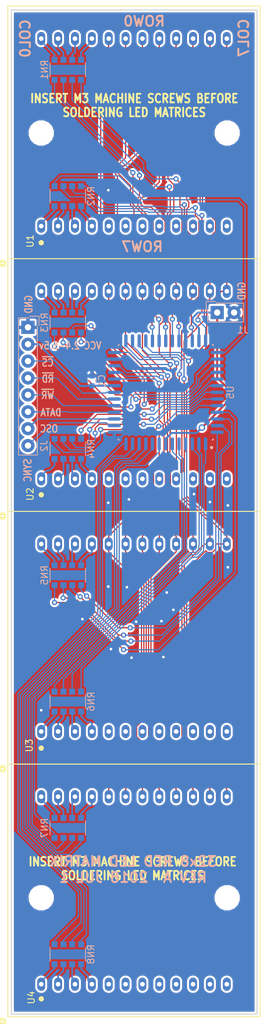
<source format=kicad_pcb>
(kicad_pcb (version 20171130) (host pcbnew "(5.0.0-rc2-35-gda6600525)")
  (layers (0 F.Cu signal) (31 B.Cu signal) (34 B.Paste user) (35 F.Paste user) (36 B.SilkS user) (37 F.SilkS user) (38 B.Mask user) (39 F.Mask user) (44 Edge.Cuts user))
  (net 0 "")
  (net 1 GNDREF)
  (net 2 +5V)
  (net 3 /SYNC)
  (net 4 /OSC)
  (net 5 /DATA)
  (net 6 /~WR)
  (net 7 /~RD)
  (net 8 /~CS)
  (net 9 VCC)
  (net 10 /ROW29)
  (net 11 /ROW28)
  (net 12 /ROW31)
  (net 13 /ROW30)
  (net 14 /ROW29')
  (net 15 /ROW30')
  (net 16 /ROW28')
  (net 17 /ROW31')
  (net 18 /ROW27')
  (net 19 /ROW24')
  (net 20 /ROW26')
  (net 21 /ROW25')
  (net 22 /ROW26)
  (net 23 /ROW27)
  (net 24 /ROW24)
  (net 25 /ROW25)
  (net 26 /ROW21)
  (net 27 /ROW20)
  (net 28 /ROW23)
  (net 29 /ROW22)
  (net 30 /ROW21')
  (net 31 /ROW22')
  (net 32 /ROW20')
  (net 33 /ROW23')
  (net 34 /ROW19')
  (net 35 /ROW16')
  (net 36 /ROW18')
  (net 37 /ROW17')
  (net 38 /ROW18)
  (net 39 /ROW19)
  (net 40 /ROW16)
  (net 41 /ROW17)
  (net 42 /ROW13)
  (net 43 /ROW12)
  (net 44 /ROW15)
  (net 45 /ROW14)
  (net 46 /ROW13')
  (net 47 /ROW14')
  (net 48 /ROW12')
  (net 49 /ROW15')
  (net 50 /ROW11')
  (net 51 /ROW8')
  (net 52 /ROW10')
  (net 53 /ROW9')
  (net 54 /ROW10)
  (net 55 /ROW11)
  (net 56 /ROW8)
  (net 57 /ROW9)
  (net 58 /ROW5)
  (net 59 /ROW4)
  (net 60 /ROW7)
  (net 61 /ROW6)
  (net 62 /ROW5')
  (net 63 /ROW6')
  (net 64 /ROW4')
  (net 65 /ROW7')
  (net 66 /ROW3')
  (net 67 /ROW0')
  (net 68 /ROW2')
  (net 69 /ROW1')
  (net 70 /ROW2)
  (net 71 /ROW3)
  (net 72 /ROW0)
  (net 73 /ROW1)
  (net 74 /COL0)
  (net 75 "Net-(U1-Pad5)")
  (net 76 /COL1)
  (net 77 "Net-(U1-Pad6)")
  (net 78 /COL2)
  (net 79 "Net-(U1-Pad7)")
  (net 80 /COL3)
  (net 81 "Net-(U1-Pad8)")
  (net 82 /COL4)
  (net 83 "Net-(U1-Pad9)")
  (net 84 /COL5)
  (net 85 "Net-(U1-Pad10)")
  (net 86 /COL6)
  (net 87 "Net-(U1-Pad11)")
  (net 88 /COL7)
  (net 89 "Net-(U1-Pad12)")
  (net 90 "Net-(U2-Pad12)")
  (net 91 "Net-(U2-Pad11)")
  (net 92 "Net-(U2-Pad10)")
  (net 93 "Net-(U2-Pad9)")
  (net 94 "Net-(U2-Pad8)")
  (net 95 "Net-(U2-Pad7)")
  (net 96 "Net-(U2-Pad6)")
  (net 97 "Net-(U2-Pad5)")
  (net 98 "Net-(U3-Pad5)")
  (net 99 "Net-(U3-Pad6)")
  (net 100 "Net-(U3-Pad7)")
  (net 101 "Net-(U3-Pad8)")
  (net 102 "Net-(U3-Pad9)")
  (net 103 "Net-(U3-Pad10)")
  (net 104 "Net-(U3-Pad11)")
  (net 105 "Net-(U3-Pad12)")
  (net 106 "Net-(U4-Pad12)")
  (net 107 "Net-(U4-Pad11)")
  (net 108 "Net-(U4-Pad10)")
  (net 109 "Net-(U4-Pad9)")
  (net 110 "Net-(U4-Pad8)")
  (net 111 "Net-(U4-Pad7)")
  (net 112 "Net-(U4-Pad6)")
  (net 113 "Net-(U4-Pad5)")
  (module lmarv:1588ABEG (layer F.Cu) (at 63.97 79.9)
    (fp_text reference U2 (at -15.64 16.41 90) (layer F.SilkS))
    (fp_text value 1588ABEG)
    (pad 24 thru_hole oval (at -13.97 -14.1) (size 1.2 2) (drill 0.7) (layers *.Cu *.Mask) (net 33 /ROW23'))
    (pad 1 thru_hole oval (at -13.97 14.1) (size 1.2 2) (drill 0.7) (layers *.Cu *.Mask) (net 35 /ROW16'))
    (pad 23 thru_hole oval (at -11.43 -14.1) (size 1.2 2) (drill 0.7) (layers *.Cu *.Mask) (net 31 /ROW22'))
    (pad 2 thru_hole oval (at -11.43 14.1) (size 1.2 2) (drill 0.7) (layers *.Cu *.Mask) (net 37 /ROW17'))
    (pad 22 thru_hole oval (at -8.89 -14.1) (size 1.2 2) (drill 0.7) (layers *.Cu *.Mask) (net 30 /ROW21'))
    (pad 3 thru_hole oval (at -8.89 14.1) (size 1.2 2) (drill 0.7) (layers *.Cu *.Mask) (net 36 /ROW18'))
    (pad 21 thru_hole oval (at -6.35 -14.1) (size 1.2 2) (drill 0.7) (layers *.Cu *.Mask) (net 32 /ROW20'))
    (pad 4 thru_hole oval (at -6.35 14.1) (size 1.2 2) (drill 0.7) (layers *.Cu *.Mask) (net 34 /ROW19'))
    (pad 20 thru_hole oval (at -3.81 -14.1) (size 1.2 2) (drill 0.7) (layers *.Cu *.Mask) (net 74 /COL0))
    (pad 5 thru_hole oval (at -3.81 14.1) (size 1.2 2) (drill 0.7) (layers *.Cu *.Mask) (net 97 "Net-(U2-Pad5)"))
    (pad 19 thru_hole oval (at -1.27 -14.1) (size 1.2 2) (drill 0.7) (layers *.Cu *.Mask) (net 76 /COL1))
    (pad 6 thru_hole oval (at -1.27 14.1) (size 1.2 2) (drill 0.7) (layers *.Cu *.Mask) (net 96 "Net-(U2-Pad6)"))
    (pad 18 thru_hole oval (at 1.27 -14.1) (size 1.2 2) (drill 0.7) (layers *.Cu *.Mask) (net 78 /COL2))
    (pad 7 thru_hole oval (at 1.27 14.1) (size 1.2 2) (drill 0.7) (layers *.Cu *.Mask) (net 95 "Net-(U2-Pad7)"))
    (pad 17 thru_hole oval (at 3.81 -14.1) (size 1.2 2) (drill 0.7) (layers *.Cu *.Mask) (net 80 /COL3))
    (pad 8 thru_hole oval (at 3.81 14.1) (size 1.2 2) (drill 0.7) (layers *.Cu *.Mask) (net 94 "Net-(U2-Pad8)"))
    (pad 16 thru_hole oval (at 6.35 -14.1) (size 1.2 2) (drill 0.7) (layers *.Cu *.Mask) (net 82 /COL4))
    (pad 9 thru_hole oval (at 6.35 14.1) (size 1.2 2) (drill 0.7) (layers *.Cu *.Mask) (net 93 "Net-(U2-Pad9)"))
    (pad 15 thru_hole oval (at 8.89 -14.1) (size 1.2 2) (drill 0.7) (layers *.Cu *.Mask) (net 84 /COL5))
    (pad 10 thru_hole oval (at 8.89 14.1) (size 1.2 2) (drill 0.7) (layers *.Cu *.Mask) (net 92 "Net-(U2-Pad10)"))
    (pad 14 thru_hole oval (at 11.43 -14.1) (size 1.2 2) (drill 0.7) (layers *.Cu *.Mask) (net 86 /COL6))
    (pad 11 thru_hole oval (at 11.43 14.1) (size 1.2 2) (drill 0.7) (layers *.Cu *.Mask) (net 91 "Net-(U2-Pad11)"))
    (pad 13 thru_hole oval (at 13.97 -14.1) (size 1.2 2) (drill 0.7) (layers *.Cu *.Mask) (net 88 /COL7))
    (pad 12 thru_hole oval (at 13.97 14.1) (size 1.2 2) (drill 0.7) (layers *.Cu *.Mask) (net 90 "Net-(U2-Pad12)"))
  )
  (module Mounting_Holes:MountingHole_3.2mm_M3 (layer F.Cu) (at 78 157)
    (fp_text reference REF** hide)
    (fp_text value MountingHole_3.2mm_M3)
    (pad 1 np_thru_hole circle (at 0 0) (size 3.2 3.2) (drill 3.2) (layers *.Cu *.Mask))
  )
  (module Mounting_Holes:MountingHole_3.2mm_M3 (layer F.Cu) (at 50 157)
    (fp_text reference REF** hide)
    (fp_text value MountingHole_3.2mm_M3)
    (pad 1 np_thru_hole circle (at 0 0) (size 3.2 3.2) (drill 3.2) (layers *.Cu *.Mask))
  )
  (module Mounting_Holes:MountingHole_3.2mm_M3 (layer F.Cu) (at 78 42)
    (fp_text reference REF** hide)
    (fp_text value MountingHole_3.2mm_M3)
    (pad 1 np_thru_hole circle (at 0 0) (size 3.2 3.2) (drill 3.2) (layers *.Cu *.Mask))
  )
  (module Connectors_Samtec:SL-102-X-XX_1x02 (layer B.Cu) (at 76.5 69 270)
    (fp_text reference J1 (at 2.63 -3.85 180) (layer B.SilkS) (effects (justify mirror)))
    (fp_text value Conn_01x02)
    (pad 2 thru_hole circle (at 0 -2.54 270) (size 2 2) (drill 0.95) (layers *.Cu *.Mask) (net 1 GNDREF))
    (pad 1 thru_hole rect (at 0 0 270) (size 2 2) (drill 0.95) (layers *.Cu *.Mask) (net 2 +5V))
  )
  (module Connectors_Samtec:SL-108-X-XX_1x08 (layer B.Cu) (at 48 71.22 180)
    (fp_text reference J2 (at -2.43 -17.84 90) (layer B.SilkS) (effects (justify mirror)))
    (fp_text value Conn_01x08)
    (pad 8 thru_hole circle (at 0 -17.78 180) (size 2 2) (drill 0.95) (layers *.Cu *.Mask) (net 4 /OSC))
    (pad 7 thru_hole circle (at 0 -15.24 180) (size 2 2) (drill 0.95) (layers *.Cu *.Mask) (net 5 /DATA))
    (pad 6 thru_hole circle (at 0 -12.7 180) (size 2 2) (drill 0.95) (layers *.Cu *.Mask) (net 6 /~WR))
    (pad 5 thru_hole circle (at 0 -10.16 180) (size 2 2) (drill 0.95) (layers *.Cu *.Mask) (net 7 /~RD))
    (pad 4 thru_hole circle (at 0 -7.62 180) (size 2 2) (drill 0.95) (layers *.Cu *.Mask) (net 8 /~CS))
    (pad 3 thru_hole circle (at 0 -5.08 180) (size 2 2) (drill 0.95) (layers *.Cu *.Mask) (net 3 /SYNC))
    (pad 2 thru_hole circle (at 0 -2.54 180) (size 2 2) (drill 0.95) (layers *.Cu *.Mask) (net 9 VCC))
    (pad 1 thru_hole rect (at 0 0 180) (size 2 2) (drill 0.95) (layers *.Cu *.Mask) (net 1 GNDREF))
  )
  (module Resistors_SMD:R_Array_Convex_4x1206 (layer B.Cu) (at 54 32.5 270)
    (fp_text reference RN1 (at 0 3.5 270) (layer B.SilkS) (effects (justify mirror)))
    (fp_text value CAY16-561J4LF)
    (pad 6 smd rect (at 1.5 -0.66 270) (size 0.9 0.9) (layers B.Cu B.Paste B.Mask) (net 10 /ROW29))
    (pad 5 smd rect (at 1.5 -2 270) (size 0.9 0.9) (layers B.Cu B.Paste B.Mask) (net 11 /ROW28))
    (pad 8 smd rect (at 1.5 2 270) (size 0.9 0.9) (layers B.Cu B.Paste B.Mask) (net 12 /ROW31))
    (pad 7 smd rect (at 1.5 0.66 270) (size 0.9 0.9) (layers B.Cu B.Paste B.Mask) (net 13 /ROW30))
    (pad 3 smd rect (at -1.5 -0.66 270) (size 0.9 0.9) (layers B.Cu B.Paste B.Mask) (net 14 /ROW29'))
    (pad 2 smd rect (at -1.5 0.66 270) (size 0.9 0.9) (layers B.Cu B.Paste B.Mask) (net 15 /ROW30'))
    (pad 4 smd rect (at -1.5 -2 270) (size 0.9 0.9) (layers B.Cu B.Paste B.Mask) (net 16 /ROW28'))
    (pad 1 smd rect (at -1.5 2 270) (size 0.9 0.9) (layers B.Cu B.Paste B.Mask) (net 17 /ROW31'))
  )
  (module Resistors_SMD:R_Array_Convex_4x1206 (layer B.Cu) (at 54 51.5 90)
    (fp_text reference RN2 (at 0 3.5 90) (layer B.SilkS) (effects (justify mirror)))
    (fp_text value CAY16-561J4LF)
    (pad 1 smd rect (at -1.5 2 90) (size 0.9 0.9) (layers B.Cu B.Paste B.Mask) (net 18 /ROW27'))
    (pad 4 smd rect (at -1.5 -2 90) (size 0.9 0.9) (layers B.Cu B.Paste B.Mask) (net 19 /ROW24'))
    (pad 2 smd rect (at -1.5 0.66 90) (size 0.9 0.9) (layers B.Cu B.Paste B.Mask) (net 20 /ROW26'))
    (pad 3 smd rect (at -1.5 -0.66 90) (size 0.9 0.9) (layers B.Cu B.Paste B.Mask) (net 21 /ROW25'))
    (pad 7 smd rect (at 1.5 0.66 90) (size 0.9 0.9) (layers B.Cu B.Paste B.Mask) (net 22 /ROW26))
    (pad 8 smd rect (at 1.5 2 90) (size 0.9 0.9) (layers B.Cu B.Paste B.Mask) (net 23 /ROW27))
    (pad 5 smd rect (at 1.5 -2 90) (size 0.9 0.9) (layers B.Cu B.Paste B.Mask) (net 24 /ROW24))
    (pad 6 smd rect (at 1.5 -0.66 90) (size 0.9 0.9) (layers B.Cu B.Paste B.Mask) (net 25 /ROW25))
  )
  (module Resistors_SMD:R_Array_Convex_4x1206 (layer B.Cu) (at 54 70.5 270)
    (fp_text reference RN3 (at 0 3.5 270) (layer B.SilkS) (effects (justify mirror)))
    (fp_text value CAY16-561J4LF)
    (pad 6 smd rect (at 1.5 -0.66 270) (size 0.9 0.9) (layers B.Cu B.Paste B.Mask) (net 26 /ROW21))
    (pad 5 smd rect (at 1.5 -2 270) (size 0.9 0.9) (layers B.Cu B.Paste B.Mask) (net 27 /ROW20))
    (pad 8 smd rect (at 1.5 2 270) (size 0.9 0.9) (layers B.Cu B.Paste B.Mask) (net 28 /ROW23))
    (pad 7 smd rect (at 1.5 0.66 270) (size 0.9 0.9) (layers B.Cu B.Paste B.Mask) (net 29 /ROW22))
    (pad 3 smd rect (at -1.5 -0.66 270) (size 0.9 0.9) (layers B.Cu B.Paste B.Mask) (net 30 /ROW21'))
    (pad 2 smd rect (at -1.5 0.66 270) (size 0.9 0.9) (layers B.Cu B.Paste B.Mask) (net 31 /ROW22'))
    (pad 4 smd rect (at -1.5 -2 270) (size 0.9 0.9) (layers B.Cu B.Paste B.Mask) (net 32 /ROW20'))
    (pad 1 smd rect (at -1.5 2 270) (size 0.9 0.9) (layers B.Cu B.Paste B.Mask) (net 33 /ROW23'))
  )
  (module Resistors_SMD:R_Array_Convex_4x1206 (layer B.Cu) (at 54 89.5 90)
    (fp_text reference RN4 (at 0 3.5 90) (layer B.SilkS) (effects (justify mirror)))
    (fp_text value CAY16-561J4LF)
    (pad 1 smd rect (at -1.5 2 90) (size 0.9 0.9) (layers B.Cu B.Paste B.Mask) (net 34 /ROW19'))
    (pad 4 smd rect (at -1.5 -2 90) (size 0.9 0.9) (layers B.Cu B.Paste B.Mask) (net 35 /ROW16'))
    (pad 2 smd rect (at -1.5 0.66 90) (size 0.9 0.9) (layers B.Cu B.Paste B.Mask) (net 36 /ROW18'))
    (pad 3 smd rect (at -1.5 -0.66 90) (size 0.9 0.9) (layers B.Cu B.Paste B.Mask) (net 37 /ROW17'))
    (pad 7 smd rect (at 1.5 0.66 90) (size 0.9 0.9) (layers B.Cu B.Paste B.Mask) (net 38 /ROW18))
    (pad 8 smd rect (at 1.5 2 90) (size 0.9 0.9) (layers B.Cu B.Paste B.Mask) (net 39 /ROW19))
    (pad 5 smd rect (at 1.5 -2 90) (size 0.9 0.9) (layers B.Cu B.Paste B.Mask) (net 40 /ROW16))
    (pad 6 smd rect (at 1.5 -0.66 90) (size 0.9 0.9) (layers B.Cu B.Paste B.Mask) (net 41 /ROW17))
  )
  (module Resistors_SMD:R_Array_Convex_4x1206 (layer B.Cu) (at 54 108.5 270)
    (fp_text reference RN5 (at 0 3.5 270) (layer B.SilkS) (effects (justify mirror)))
    (fp_text value CAY16-561J4LF)
    (pad 6 smd rect (at 1.5 -0.66 270) (size 0.9 0.9) (layers B.Cu B.Paste B.Mask) (net 42 /ROW13))
    (pad 5 smd rect (at 1.5 -2 270) (size 0.9 0.9) (layers B.Cu B.Paste B.Mask) (net 43 /ROW12))
    (pad 8 smd rect (at 1.5 2 270) (size 0.9 0.9) (layers B.Cu B.Paste B.Mask) (net 44 /ROW15))
    (pad 7 smd rect (at 1.5 0.66 270) (size 0.9 0.9) (layers B.Cu B.Paste B.Mask) (net 45 /ROW14))
    (pad 3 smd rect (at -1.5 -0.66 270) (size 0.9 0.9) (layers B.Cu B.Paste B.Mask) (net 46 /ROW13'))
    (pad 2 smd rect (at -1.5 0.66 270) (size 0.9 0.9) (layers B.Cu B.Paste B.Mask) (net 47 /ROW14'))
    (pad 4 smd rect (at -1.5 -2 270) (size 0.9 0.9) (layers B.Cu B.Paste B.Mask) (net 48 /ROW12'))
    (pad 1 smd rect (at -1.5 2 270) (size 0.9 0.9) (layers B.Cu B.Paste B.Mask) (net 49 /ROW15'))
  )
  (module Resistors_SMD:R_Array_Convex_4x1206 (layer B.Cu) (at 54 127.5 90)
    (fp_text reference RN6 (at 0 3.5 90) (layer B.SilkS) (effects (justify mirror)))
    (fp_text value CAY16-561J4LF)
    (pad 1 smd rect (at -1.5 2 90) (size 0.9 0.9) (layers B.Cu B.Paste B.Mask) (net 50 /ROW11'))
    (pad 4 smd rect (at -1.5 -2 90) (size 0.9 0.9) (layers B.Cu B.Paste B.Mask) (net 51 /ROW8'))
    (pad 2 smd rect (at -1.5 0.66 90) (size 0.9 0.9) (layers B.Cu B.Paste B.Mask) (net 52 /ROW10'))
    (pad 3 smd rect (at -1.5 -0.66 90) (size 0.9 0.9) (layers B.Cu B.Paste B.Mask) (net 53 /ROW9'))
    (pad 7 smd rect (at 1.5 0.66 90) (size 0.9 0.9) (layers B.Cu B.Paste B.Mask) (net 54 /ROW10))
    (pad 8 smd rect (at 1.5 2 90) (size 0.9 0.9) (layers B.Cu B.Paste B.Mask) (net 55 /ROW11))
    (pad 5 smd rect (at 1.5 -2 90) (size 0.9 0.9) (layers B.Cu B.Paste B.Mask) (net 56 /ROW8))
    (pad 6 smd rect (at 1.5 -0.66 90) (size 0.9 0.9) (layers B.Cu B.Paste B.Mask) (net 57 /ROW9))
  )
  (module Resistors_SMD:R_Array_Convex_4x1206 (layer B.Cu) (at 54 146.5 270)
    (fp_text reference RN7 (at 0 3.5 270) (layer B.SilkS) (effects (justify mirror)))
    (fp_text value CAY16-561J4LF)
    (pad 6 smd rect (at 1.5 -0.66 270) (size 0.9 0.9) (layers B.Cu B.Paste B.Mask) (net 58 /ROW5))
    (pad 5 smd rect (at 1.5 -2 270) (size 0.9 0.9) (layers B.Cu B.Paste B.Mask) (net 59 /ROW4))
    (pad 8 smd rect (at 1.5 2 270) (size 0.9 0.9) (layers B.Cu B.Paste B.Mask) (net 60 /ROW7))
    (pad 7 smd rect (at 1.5 0.66 270) (size 0.9 0.9) (layers B.Cu B.Paste B.Mask) (net 61 /ROW6))
    (pad 3 smd rect (at -1.5 -0.66 270) (size 0.9 0.9) (layers B.Cu B.Paste B.Mask) (net 62 /ROW5'))
    (pad 2 smd rect (at -1.5 0.66 270) (size 0.9 0.9) (layers B.Cu B.Paste B.Mask) (net 63 /ROW6'))
    (pad 4 smd rect (at -1.5 -2 270) (size 0.9 0.9) (layers B.Cu B.Paste B.Mask) (net 64 /ROW4'))
    (pad 1 smd rect (at -1.5 2 270) (size 0.9 0.9) (layers B.Cu B.Paste B.Mask) (net 65 /ROW7'))
  )
  (module Resistors_SMD:R_Array_Convex_4x1206 (layer B.Cu) (at 54 165.5 90)
    (fp_text reference RN8 (at 0 3.5 90) (layer B.SilkS) (effects (justify mirror)))
    (fp_text value CAY16-561J4LF)
    (pad 1 smd rect (at -1.5 2 90) (size 0.9 0.9) (layers B.Cu B.Paste B.Mask) (net 66 /ROW3'))
    (pad 4 smd rect (at -1.5 -2 90) (size 0.9 0.9) (layers B.Cu B.Paste B.Mask) (net 67 /ROW0'))
    (pad 2 smd rect (at -1.5 0.66 90) (size 0.9 0.9) (layers B.Cu B.Paste B.Mask) (net 68 /ROW2'))
    (pad 3 smd rect (at -1.5 -0.66 90) (size 0.9 0.9) (layers B.Cu B.Paste B.Mask) (net 69 /ROW1'))
    (pad 7 smd rect (at 1.5 0.66 90) (size 0.9 0.9) (layers B.Cu B.Paste B.Mask) (net 70 /ROW2))
    (pad 8 smd rect (at 1.5 2 90) (size 0.9 0.9) (layers B.Cu B.Paste B.Mask) (net 71 /ROW3))
    (pad 5 smd rect (at 1.5 -2 90) (size 0.9 0.9) (layers B.Cu B.Paste B.Mask) (net 72 /ROW0))
    (pad 6 smd rect (at 1.5 -0.66 90) (size 0.9 0.9) (layers B.Cu B.Paste B.Mask) (net 73 /ROW1))
  )
  (module lmarv:1588ABEG (layer F.Cu) (at 63.97 41.9)
    (fp_text reference U1 (at -15.64 16.35 90) (layer F.SilkS))
    (fp_text value 1588ABEG)
    (pad 12 thru_hole oval (at 13.97 14.1) (size 1.2 2) (drill 0.7) (layers *.Cu *.Mask) (net 89 "Net-(U1-Pad12)"))
    (pad 13 thru_hole oval (at 13.97 -14.1) (size 1.2 2) (drill 0.7) (layers *.Cu *.Mask) (net 88 /COL7))
    (pad 11 thru_hole oval (at 11.43 14.1) (size 1.2 2) (drill 0.7) (layers *.Cu *.Mask) (net 87 "Net-(U1-Pad11)"))
    (pad 14 thru_hole oval (at 11.43 -14.1) (size 1.2 2) (drill 0.7) (layers *.Cu *.Mask) (net 86 /COL6))
    (pad 10 thru_hole oval (at 8.89 14.1) (size 1.2 2) (drill 0.7) (layers *.Cu *.Mask) (net 85 "Net-(U1-Pad10)"))
    (pad 15 thru_hole oval (at 8.89 -14.1) (size 1.2 2) (drill 0.7) (layers *.Cu *.Mask) (net 84 /COL5))
    (pad 9 thru_hole oval (at 6.35 14.1) (size 1.2 2) (drill 0.7) (layers *.Cu *.Mask) (net 83 "Net-(U1-Pad9)"))
    (pad 16 thru_hole oval (at 6.35 -14.1) (size 1.2 2) (drill 0.7) (layers *.Cu *.Mask) (net 82 /COL4))
    (pad 8 thru_hole oval (at 3.81 14.1) (size 1.2 2) (drill 0.7) (layers *.Cu *.Mask) (net 81 "Net-(U1-Pad8)"))
    (pad 17 thru_hole oval (at 3.81 -14.1) (size 1.2 2) (drill 0.7) (layers *.Cu *.Mask) (net 80 /COL3))
    (pad 7 thru_hole oval (at 1.27 14.1) (size 1.2 2) (drill 0.7) (layers *.Cu *.Mask) (net 79 "Net-(U1-Pad7)"))
    (pad 18 thru_hole oval (at 1.27 -14.1) (size 1.2 2) (drill 0.7) (layers *.Cu *.Mask) (net 78 /COL2))
    (pad 6 thru_hole oval (at -1.27 14.1) (size 1.2 2) (drill 0.7) (layers *.Cu *.Mask) (net 77 "Net-(U1-Pad6)"))
    (pad 19 thru_hole oval (at -1.27 -14.1) (size 1.2 2) (drill 0.7) (layers *.Cu *.Mask) (net 76 /COL1))
    (pad 5 thru_hole oval (at -3.81 14.1) (size 1.2 2) (drill 0.7) (layers *.Cu *.Mask) (net 75 "Net-(U1-Pad5)"))
    (pad 20 thru_hole oval (at -3.81 -14.1) (size 1.2 2) (drill 0.7) (layers *.Cu *.Mask) (net 74 /COL0))
    (pad 4 thru_hole oval (at -6.35 14.1) (size 1.2 2) (drill 0.7) (layers *.Cu *.Mask) (net 18 /ROW27'))
    (pad 21 thru_hole oval (at -6.35 -14.1) (size 1.2 2) (drill 0.7) (layers *.Cu *.Mask) (net 16 /ROW28'))
    (pad 3 thru_hole oval (at -8.89 14.1) (size 1.2 2) (drill 0.7) (layers *.Cu *.Mask) (net 20 /ROW26'))
    (pad 22 thru_hole oval (at -8.89 -14.1) (size 1.2 2) (drill 0.7) (layers *.Cu *.Mask) (net 14 /ROW29'))
    (pad 2 thru_hole oval (at -11.43 14.1) (size 1.2 2) (drill 0.7) (layers *.Cu *.Mask) (net 21 /ROW25'))
    (pad 23 thru_hole oval (at -11.43 -14.1) (size 1.2 2) (drill 0.7) (layers *.Cu *.Mask) (net 15 /ROW30'))
    (pad 1 thru_hole oval (at -13.97 14.1) (size 1.2 2) (drill 0.7) (layers *.Cu *.Mask) (net 19 /ROW24'))
    (pad 24 thru_hole oval (at -13.97 -14.1) (size 1.2 2) (drill 0.7) (layers *.Cu *.Mask) (net 17 /ROW31'))
  )
  (module lmarv:1588ABEG (layer F.Cu) (at 63.97 117.9)
    (fp_text reference U3 (at -15.77 16.2 90) (layer F.SilkS))
    (fp_text value 1588ABEG)
    (pad 12 thru_hole oval (at 13.97 14.1) (size 1.2 2) (drill 0.7) (layers *.Cu *.Mask) (net 105 "Net-(U3-Pad12)"))
    (pad 13 thru_hole oval (at 13.97 -14.1) (size 1.2 2) (drill 0.7) (layers *.Cu *.Mask) (net 88 /COL7))
    (pad 11 thru_hole oval (at 11.43 14.1) (size 1.2 2) (drill 0.7) (layers *.Cu *.Mask) (net 104 "Net-(U3-Pad11)"))
    (pad 14 thru_hole oval (at 11.43 -14.1) (size 1.2 2) (drill 0.7) (layers *.Cu *.Mask) (net 86 /COL6))
    (pad 10 thru_hole oval (at 8.89 14.1) (size 1.2 2) (drill 0.7) (layers *.Cu *.Mask) (net 103 "Net-(U3-Pad10)"))
    (pad 15 thru_hole oval (at 8.89 -14.1) (size 1.2 2) (drill 0.7) (layers *.Cu *.Mask) (net 84 /COL5))
    (pad 9 thru_hole oval (at 6.35 14.1) (size 1.2 2) (drill 0.7) (layers *.Cu *.Mask) (net 102 "Net-(U3-Pad9)"))
    (pad 16 thru_hole oval (at 6.35 -14.1) (size 1.2 2) (drill 0.7) (layers *.Cu *.Mask) (net 82 /COL4))
    (pad 8 thru_hole oval (at 3.81 14.1) (size 1.2 2) (drill 0.7) (layers *.Cu *.Mask) (net 101 "Net-(U3-Pad8)"))
    (pad 17 thru_hole oval (at 3.81 -14.1) (size 1.2 2) (drill 0.7) (layers *.Cu *.Mask) (net 80 /COL3))
    (pad 7 thru_hole oval (at 1.27 14.1) (size 1.2 2) (drill 0.7) (layers *.Cu *.Mask) (net 100 "Net-(U3-Pad7)"))
    (pad 18 thru_hole oval (at 1.27 -14.1) (size 1.2 2) (drill 0.7) (layers *.Cu *.Mask) (net 78 /COL2))
    (pad 6 thru_hole oval (at -1.27 14.1) (size 1.2 2) (drill 0.7) (layers *.Cu *.Mask) (net 99 "Net-(U3-Pad6)"))
    (pad 19 thru_hole oval (at -1.27 -14.1) (size 1.2 2) (drill 0.7) (layers *.Cu *.Mask) (net 76 /COL1))
    (pad 5 thru_hole oval (at -3.81 14.1) (size 1.2 2) (drill 0.7) (layers *.Cu *.Mask) (net 98 "Net-(U3-Pad5)"))
    (pad 20 thru_hole oval (at -3.81 -14.1) (size 1.2 2) (drill 0.7) (layers *.Cu *.Mask) (net 74 /COL0))
    (pad 4 thru_hole oval (at -6.35 14.1) (size 1.2 2) (drill 0.7) (layers *.Cu *.Mask) (net 50 /ROW11'))
    (pad 21 thru_hole oval (at -6.35 -14.1) (size 1.2 2) (drill 0.7) (layers *.Cu *.Mask) (net 48 /ROW12'))
    (pad 3 thru_hole oval (at -8.89 14.1) (size 1.2 2) (drill 0.7) (layers *.Cu *.Mask) (net 52 /ROW10'))
    (pad 22 thru_hole oval (at -8.89 -14.1) (size 1.2 2) (drill 0.7) (layers *.Cu *.Mask) (net 46 /ROW13'))
    (pad 2 thru_hole oval (at -11.43 14.1) (size 1.2 2) (drill 0.7) (layers *.Cu *.Mask) (net 53 /ROW9'))
    (pad 23 thru_hole oval (at -11.43 -14.1) (size 1.2 2) (drill 0.7) (layers *.Cu *.Mask) (net 47 /ROW14'))
    (pad 1 thru_hole oval (at -13.97 14.1) (size 1.2 2) (drill 0.7) (layers *.Cu *.Mask) (net 51 /ROW8'))
    (pad 24 thru_hole oval (at -13.97 -14.1) (size 1.2 2) (drill 0.7) (layers *.Cu *.Mask) (net 49 /ROW15'))
  )
  (module lmarv:1588ABEG (layer F.Cu) (at 63.97 155.9)
    (fp_text reference U4 (at -15.47 16.11 90) (layer F.SilkS))
    (fp_text value 1588ABEG)
    (pad 24 thru_hole oval (at -13.97 -14.1) (size 1.2 2) (drill 0.7) (layers *.Cu *.Mask) (net 65 /ROW7'))
    (pad 1 thru_hole oval (at -13.97 14.1) (size 1.2 2) (drill 0.7) (layers *.Cu *.Mask) (net 67 /ROW0'))
    (pad 23 thru_hole oval (at -11.43 -14.1) (size 1.2 2) (drill 0.7) (layers *.Cu *.Mask) (net 63 /ROW6'))
    (pad 2 thru_hole oval (at -11.43 14.1) (size 1.2 2) (drill 0.7) (layers *.Cu *.Mask) (net 69 /ROW1'))
    (pad 22 thru_hole oval (at -8.89 -14.1) (size 1.2 2) (drill 0.7) (layers *.Cu *.Mask) (net 62 /ROW5'))
    (pad 3 thru_hole oval (at -8.89 14.1) (size 1.2 2) (drill 0.7) (layers *.Cu *.Mask) (net 68 /ROW2'))
    (pad 21 thru_hole oval (at -6.35 -14.1) (size 1.2 2) (drill 0.7) (layers *.Cu *.Mask) (net 64 /ROW4'))
    (pad 4 thru_hole oval (at -6.35 14.1) (size 1.2 2) (drill 0.7) (layers *.Cu *.Mask) (net 66 /ROW3'))
    (pad 20 thru_hole oval (at -3.81 -14.1) (size 1.2 2) (drill 0.7) (layers *.Cu *.Mask) (net 74 /COL0))
    (pad 5 thru_hole oval (at -3.81 14.1) (size 1.2 2) (drill 0.7) (layers *.Cu *.Mask) (net 113 "Net-(U4-Pad5)"))
    (pad 19 thru_hole oval (at -1.27 -14.1) (size 1.2 2) (drill 0.7) (layers *.Cu *.Mask) (net 76 /COL1))
    (pad 6 thru_hole oval (at -1.27 14.1) (size 1.2 2) (drill 0.7) (layers *.Cu *.Mask) (net 112 "Net-(U4-Pad6)"))
    (pad 18 thru_hole oval (at 1.27 -14.1) (size 1.2 2) (drill 0.7) (layers *.Cu *.Mask) (net 78 /COL2))
    (pad 7 thru_hole oval (at 1.27 14.1) (size 1.2 2) (drill 0.7) (layers *.Cu *.Mask) (net 111 "Net-(U4-Pad7)"))
    (pad 17 thru_hole oval (at 3.81 -14.1) (size 1.2 2) (drill 0.7) (layers *.Cu *.Mask) (net 80 /COL3))
    (pad 8 thru_hole oval (at 3.81 14.1) (size 1.2 2) (drill 0.7) (layers *.Cu *.Mask) (net 110 "Net-(U4-Pad8)"))
    (pad 16 thru_hole oval (at 6.35 -14.1) (size 1.2 2) (drill 0.7) (layers *.Cu *.Mask) (net 82 /COL4))
    (pad 9 thru_hole oval (at 6.35 14.1) (size 1.2 2) (drill 0.7) (layers *.Cu *.Mask) (net 109 "Net-(U4-Pad9)"))
    (pad 15 thru_hole oval (at 8.89 -14.1) (size 1.2 2) (drill 0.7) (layers *.Cu *.Mask) (net 84 /COL5))
    (pad 10 thru_hole oval (at 8.89 14.1) (size 1.2 2) (drill 0.7) (layers *.Cu *.Mask) (net 108 "Net-(U4-Pad10)"))
    (pad 14 thru_hole oval (at 11.43 -14.1) (size 1.2 2) (drill 0.7) (layers *.Cu *.Mask) (net 86 /COL6))
    (pad 11 thru_hole oval (at 11.43 14.1) (size 1.2 2) (drill 0.7) (layers *.Cu *.Mask) (net 107 "Net-(U4-Pad11)"))
    (pad 13 thru_hole oval (at 13.97 -14.1) (size 1.2 2) (drill 0.7) (layers *.Cu *.Mask) (net 88 /COL7))
    (pad 12 thru_hole oval (at 13.97 14.1) (size 1.2 2) (drill 0.7) (layers *.Cu *.Mask) (net 106 "Net-(U4-Pad12)"))
  )
  (module Capacitors_SMD:C_0603 (layer B.Cu) (at 57.63 79.28 90)
    (fp_text reference C1 (at 0 1.5 90) (layer B.SilkS) (effects (justify mirror)))
    (fp_text value 100n)
    (pad 1 smd rect (at -0.75 0 90) (size 0.8 0.75) (layers B.Cu B.Paste B.Mask) (net 9 VCC))
    (pad 2 smd rect (at 0.75 0 90) (size 0.8 0.75) (layers B.Cu B.Paste B.Mask) (net 1 GNDREF))
  )
  (module Mounting_Holes:MountingHole_3.2mm_M3 (layer F.Cu) (at 50 42)
    (fp_text reference REF** hide)
    (fp_text value MountingHole_3.2mm_M3)
    (pad 1 np_thru_hole circle (at 0 0) (size 3.2 3.2) (drill 3.2) (layers *.Cu *.Mask))
  )
  (module lmarv:QFP-52_14x14_Pitch1mm (layer B.Cu) (at 68.75 81 90)
    (fp_text reference U5 (at 0 9.75 90) (layer B.SilkS) (effects (justify mirror)))
    (fp_text value HT1632C)
    (pad 1 smd oval (at -7.75 6) (size 0.5 2) (layers B.Cu B.Paste B.Mask) (net 55 /ROW11))
    (pad 2 smd oval (at -7.75 5) (size 0.5 2) (layers B.Cu B.Paste B.Mask) (net 54 /ROW10))
    (pad 3 smd oval (at -7.75 4) (size 0.5 2) (layers B.Cu B.Paste B.Mask) (net 57 /ROW9))
    (pad 4 smd oval (at -7.75 3) (size 0.5 2) (layers B.Cu B.Paste B.Mask) (net 56 /ROW8))
    (pad 5 smd oval (at -7.75 2) (size 0.5 2) (layers B.Cu B.Paste B.Mask) (net 60 /ROW7))
    (pad 6 smd oval (at -7.75 1) (size 0.5 2) (layers B.Cu B.Paste B.Mask) (net 61 /ROW6))
    (pad 7 smd oval (at -7.75 0) (size 0.5 2) (layers B.Cu B.Paste B.Mask) (net 2 +5V))
    (pad 8 smd oval (at -7.75 -1) (size 0.5 2) (layers B.Cu B.Paste B.Mask) (net 58 /ROW5))
    (pad 9 smd oval (at -7.75 -2) (size 0.5 2) (layers B.Cu B.Paste B.Mask) (net 59 /ROW4))
    (pad 10 smd oval (at -7.75 -3) (size 0.5 2) (layers B.Cu B.Paste B.Mask) (net 71 /ROW3))
    (pad 11 smd oval (at -7.75 -4) (size 0.5 2) (layers B.Cu B.Paste B.Mask) (net 70 /ROW2))
    (pad 12 smd oval (at -7.75 -5) (size 0.5 2) (layers B.Cu B.Paste B.Mask) (net 73 /ROW1))
    (pad 13 smd oval (at -7.75 -6) (size 0.5 2) (layers B.Cu B.Paste B.Mask) (net 72 /ROW0))
    (pad 14 smd oval (at -6 -7.75 90) (size 0.5 2) (layers B.Cu B.Paste B.Mask) (net 1 GNDREF))
    (pad 15 smd oval (at -5 -7.75 90) (size 0.5 2) (layers B.Cu B.Paste B.Mask) (net 4 /OSC))
    (pad 16 smd oval (at -4 -7.75 90) (size 0.5 2) (layers B.Cu B.Paste B.Mask) (net 5 /DATA))
    (pad 17 smd oval (at -3 -7.75 90) (size 0.5 2) (layers B.Cu B.Paste B.Mask) (net 6 /~WR))
    (pad 18 smd oval (at -2 -7.75 90) (size 0.5 2) (layers B.Cu B.Paste B.Mask) (net 7 /~RD))
    (pad 19 smd oval (at -1 -7.75 90) (size 0.5 2) (layers B.Cu B.Paste B.Mask) (net 8 /~CS))
    (pad 20 smd oval (at 0 -7.75 90) (size 0.5 2) (layers B.Cu B.Paste B.Mask) (net 3 /SYNC))
    (pad 21 smd oval (at 1 -7.75 90) (size 0.5 2) (layers B.Cu B.Paste B.Mask) (net 9 VCC))
    (pad 22 smd oval (at 2 -7.75 90) (size 0.5 2) (layers B.Cu B.Paste B.Mask) (net 74 /COL0))
    (pad 23 smd oval (at 3 -7.75 90) (size 0.5 2) (layers B.Cu B.Paste B.Mask) (net 76 /COL1))
    (pad 24 smd oval (at 4 -7.75 90) (size 0.5 2) (layers B.Cu B.Paste B.Mask) (net 78 /COL2))
    (pad 25 smd oval (at 5 -7.75 90) (size 0.5 2) (layers B.Cu B.Paste B.Mask) (net 1 GNDREF))
    (pad 26 smd oval (at 6 -7.75 90) (size 0.5 2) (layers B.Cu B.Paste B.Mask) (net 80 /COL3))
    (pad 27 smd oval (at 7.75 -6) (size 0.5 2) (layers B.Cu B.Paste B.Mask) (net 82 /COL4))
    (pad 28 smd oval (at 7.75 -5) (size 0.5 2) (layers B.Cu B.Paste B.Mask) (net 84 /COL5))
    (pad 29 smd oval (at 7.75 -4) (size 0.5 2) (layers B.Cu B.Paste B.Mask) (net 86 /COL6))
    (pad 30 smd oval (at 7.75 -3) (size 0.5 2) (layers B.Cu B.Paste B.Mask) (net 88 /COL7))
    (pad 31 smd oval (at 7.75 -2) (size 0.5 2) (layers B.Cu B.Paste B.Mask) (net 12 /ROW31))
    (pad 32 smd oval (at 7.75 -1) (size 0.5 2) (layers B.Cu B.Paste B.Mask) (net 13 /ROW30))
    (pad 33 smd oval (at 7.75 0) (size 0.5 2) (layers B.Cu B.Paste B.Mask) (net 10 /ROW29))
    (pad 34 smd oval (at 7.75 1) (size 0.5 2) (layers B.Cu B.Paste B.Mask) (net 11 /ROW28))
    (pad 35 smd oval (at 7.75 2) (size 0.5 2) (layers B.Cu B.Paste B.Mask) (net 23 /ROW27))
    (pad 36 smd oval (at 7.75 3) (size 0.5 2) (layers B.Cu B.Paste B.Mask) (net 1 GNDREF))
    (pad 37 smd oval (at 7.75 4) (size 0.5 2) (layers B.Cu B.Paste B.Mask) (net 22 /ROW26))
    (pad 38 smd oval (at 7.75 5) (size 0.5 2) (layers B.Cu B.Paste B.Mask) (net 2 +5V))
    (pad 39 smd oval (at 7.75 6) (size 0.5 2) (layers B.Cu B.Paste B.Mask) (net 25 /ROW25))
    (pad 40 smd oval (at 6 7.75 90) (size 0.5 2) (layers B.Cu B.Paste B.Mask) (net 24 /ROW24))
    (pad 41 smd oval (at 5 7.75 90) (size 0.5 2) (layers B.Cu B.Paste B.Mask) (net 28 /ROW23))
    (pad 42 smd oval (at 4 7.75 90) (size 0.5 2) (layers B.Cu B.Paste B.Mask) (net 29 /ROW22))
    (pad 43 smd oval (at 3 7.75 90) (size 0.5 2) (layers B.Cu B.Paste B.Mask) (net 26 /ROW21))
    (pad 44 smd oval (at 2 7.75 90) (size 0.5 2) (layers B.Cu B.Paste B.Mask) (net 27 /ROW20))
    (pad 45 smd oval (at 1 7.75 90) (size 0.5 2) (layers B.Cu B.Paste B.Mask) (net 39 /ROW19))
    (pad 46 smd oval (at 0 7.75 90) (size 0.5 2) (layers B.Cu B.Paste B.Mask) (net 38 /ROW18))
    (pad 47 smd oval (at -1 7.75 90) (size 0.5 2) (layers B.Cu B.Paste B.Mask) (net 41 /ROW17))
    (pad 48 smd oval (at -2 7.75 90) (size 0.5 2) (layers B.Cu B.Paste B.Mask) (net 40 /ROW16))
    (pad 49 smd oval (at -3 7.75 90) (size 0.5 2) (layers B.Cu B.Paste B.Mask) (net 44 /ROW15))
    (pad 50 smd oval (at -4 7.75 90) (size 0.5 2) (layers B.Cu B.Paste B.Mask) (net 45 /ROW14))
    (pad 51 smd oval (at -5 7.75 90) (size 0.5 2) (layers B.Cu B.Paste B.Mask) (net 42 /ROW13))
    (pad 52 smd oval (at -6 7.75 90) (size 0.5 2) (layers B.Cu B.Paste B.Mask) (net 43 /ROW12))
  )
  (gr_circle (center 50 172.2) (end 50.2 172.2) (layer F.SilkS) (width 0.4))
  (gr_circle (center 50 134.5) (end 50.2 134.5) (layer F.SilkS) (width 0.4))
  (gr_circle (center 50 96.4) (end 50.2 96.4) (layer F.SilkS) (width 0.4))
  (gr_circle (center 50 58.5) (end 50.2 58.5) (layer F.SilkS) (width 0.4))
  (gr_text ROW7 (at 65.2 59.1) (layer B.SilkS) (effects (font (size 1.5 1.5) (thickness 0.3)) (justify mirror)))
  (gr_text ROW0 (at 65.5 25.2) (layer B.SilkS) (effects (font (size 1.5 1.5) (thickness 0.3)) (justify mirror)))
  (gr_text COL7 (at 80.5 27.7 90) (layer B.SilkS) (effects (font (size 1.5 1.5) (thickness 0.3)) (justify mirror)))
  (gr_text COL0 (at 47.6 27.8 90) (layer B.SilkS) (effects (font (size 1.5 1.5) (thickness 0.3)) (justify mirror)))
  (gr_text "32x8 RED LED MATRIX\nREV A  2018 JUL 1" (at 63.83 152.74) (layer B.SilkS) (effects (font (size 1.5 1.5) (thickness 0.3)) (justify mirror)))
  (gr_text SYNC (at 47.96 92.71 90) (layer B.SilkS) (effects (font (size 1.1 0.9) (thickness 0.2)) (justify mirror)))
  (gr_text OSC (at 51.17 86.48) (layer B.SilkS) (effects (font (size 1.1 0.9) (thickness 0.2)) (justify mirror)))
  (gr_text DATA (at 51.46 84.04) (layer B.SilkS) (effects (font (size 1.1 0.9) (thickness 0.2)) (justify mirror)))
  (gr_text GND (at 80.19 65.77 90) (layer B.SilkS) (effects (font (size 1.1 0.9) (thickness 0.2)) (justify mirror)))
  (gr_text GND (at 48.11 67.77 90) (layer B.SilkS) (effects (font (size 1.1 0.9) (thickness 0.2)) (justify mirror)))
  (gr_text "VCC 2.4-5.5v" (at 54.37 73.98) (layer B.SilkS) (effects (font (size 1.1 0.9) (thickness 0.2)) (justify mirror)))
  (gr_text ~CS (at 50.97 76.55) (layer B.SilkS) (effects (font (size 1.1 0.9) (thickness 0.2)) (justify mirror)))
  (gr_text ~RD (at 51 78.98) (layer B.SilkS) (effects (font (size 1.1 0.9) (thickness 0.2)) (justify mirror)))
  (gr_text ~WR (at 50.97 81.44) (layer B.SilkS) (effects (font (size 1.1 0.9) (thickness 0.2)) (justify mirror)))
  (gr_text "INSERT M3 MACHINE SCREWS BEFORE\nSOLDERING LED MATRICES" (at 64.01 37.86) (layer F.SilkS) (effects (font (size 1.3 1.1) (thickness 0.275))))
  (gr_text "INSERT M3 MACHINE SCREWS BEFORE\nSOLDERING LED MATRICES" (at 63.76 152.62) (layer F.SilkS) (effects (font (size 1.3 1.1) (thickness 0.275))))
  (gr_line (start 82.5 23.5) (end 45.5 23.5) (layer Edge.Cuts) (width 0.15))
  (gr_line (start 82.5 174.5) (end 82.5 23.5) (layer Edge.Cuts) (width 0.15))
  (gr_line (start 45.5 174.5) (end 82.5 174.5) (layer Edge.Cuts) (width 0.15))
  (gr_line (start 45.5 23.5) (end 45.5 174.5) (layer Edge.Cuts) (width 0.15))
  (segment (start 61.3 87) (end 60.5 87) (width 0.3) (layer B.Cu) (net 1))
  (segment (start 57.72 78.53) (end 57.63 78.53) (width 0.3) (layer B.Cu) (net 1))
  (segment (start 61 76) (end 60.25 76) (width 0.3) (layer B.Cu) (net 1))
  (segment (start 71.75 74) (end 71.75 73.25) (width 0.3) (layer B.Cu) (net 1))
  (segment (start 61 76) (end 61.75 76) (width 0.3) (layer B.Cu) (net 1))
  (segment (start 61 87) (end 61.75 87) (width 0.3) (layer B.Cu) (net 1))
  (via (at 63.2 97.1) (size 0.8) (drill 0.4) (layers F.Cu B.Cu) (net 1))
  (via (at 78.1 98) (size 0.8) (drill 0.4) (layers F.Cu B.Cu) (net 1))
  (via (at 75.4 97.5) (size 0.8) (drill 0.4) (layers F.Cu B.Cu) (net 1))
  (via (at 73 96.3) (size 0.8) (drill 0.4) (layers F.Cu B.Cu) (net 1))
  (via (at 78.1 107.3) (size 0.8) (drill 0.4) (layers F.Cu B.Cu) (net 1))
  (via (at 62.9 110.3) (size 0.8) (drill 0.4) (layers F.Cu B.Cu) (net 1))
  (via (at 60.1 110.2) (size 0.8) (drill 0.4) (layers F.Cu B.Cu) (net 1))
  (via (at 60.1 97.6) (size 0.8) (drill 0.4) (layers F.Cu B.Cu) (net 1))
  (via (at 69.9 113.7) (size 0.8) (drill 0.4) (layers F.Cu B.Cu) (net 1))
  (via (at 60.1 50.6) (size 0.8) (drill 0.4) (layers F.Cu B.Cu) (net 1))
  (via (at 68.1 115.4) (size 0.8) (drill 0.4) (layers F.Cu B.Cu) (net 1))
  (via (at 68.4 120.8) (size 0.8) (drill 0.4) (layers F.Cu B.Cu) (net 1))
  (via (at 63.6 120.9) (size 0.8) (drill 0.4) (layers F.Cu B.Cu) (net 1))
  (via (at 60.5 119.6) (size 0.8) (drill 0.4) (layers F.Cu B.Cu) (net 1))
  (via (at 56.2 115.1) (size 0.8) (drill 0.4) (layers F.Cu B.Cu) (net 1))
  (via (at 50 128.8) (size 0.8) (drill 0.4) (layers F.Cu B.Cu) (net 1))
  (via (at 64.3 115.5) (size 0.8) (drill 0.4) (layers F.Cu B.Cu) (net 1))
  (via (at 68.9 111.1) (size 0.8) (drill 0.4) (layers F.Cu B.Cu) (net 1))
  (segment (start 73.75 71.35) (end 73.75 73.25) (width 0.3) (layer B.Cu) (net 2))
  (segment (start 72.8 70.4) (end 73.75 71.35) (width 0.3) (layer B.Cu) (net 2))
  (segment (start 72.8 69.8) (end 72.8 70.4) (width 0.3) (layer B.Cu) (net 2))
  (segment (start 76.5 69) (end 73.6 69) (width 0.3) (layer B.Cu) (net 2))
  (segment (start 73.6 69) (end 72.8 69.8) (width 0.3) (layer B.Cu) (net 2))
  (segment (start 68.75 88) (end 69.65 87.1) (width 0.3) (layer B.Cu) (net 2))
  (segment (start 68.75 88.75) (end 68.75 88) (width 0.3) (layer B.Cu) (net 2))
  (via (at 74.2 86.3) (size 1) (drill 0.6) (layers F.Cu B.Cu) (net 2))
  (segment (start 69.65 87.1) (end 73.4 87.1) (width 0.3) (layer B.Cu) (net 2))
  (segment (start 73.4 87.1) (end 74.2 86.3) (width 0.3) (layer B.Cu) (net 2))
  (segment (start 74.2 86.3) (end 79.1 81.4) (width 0.3) (layer F.Cu) (net 2))
  (segment (start 76.5 78.8) (end 76.5 69) (width 0.3) (layer F.Cu) (net 2))
  (segment (start 79.1 81.4) (end 76.5 78.8) (width 0.3) (layer F.Cu) (net 2))
  (segment (start 59.8222 81) (end 59.7222 81.1) (width 0.1778) (layer B.Cu) (net 3))
  (segment (start 61 81) (end 59.8222 81) (width 0.1778) (layer B.Cu) (net 3))
  (segment (start 59.7222 81.1) (end 56.2 81.1) (width 0.1778) (layer B.Cu) (net 3))
  (segment (start 51.4 76.3) (end 48 76.3) (width 0.1778) (layer B.Cu) (net 3))
  (segment (start 56.2 81.1) (end 51.4 76.3) (width 0.1778) (layer B.Cu) (net 3))
  (segment (start 51.4278 85.5722) (end 48 89) (width 0.1778) (layer B.Cu) (net 4))
  (segment (start 60.25 86) (end 59.8222 85.5722) (width 0.1778) (layer B.Cu) (net 4))
  (segment (start 61 86) (end 60.25 86) (width 0.1778) (layer B.Cu) (net 4))
  (segment (start 59.8222 85.5722) (end 51.4278 85.5722) (width 0.1778) (layer B.Cu) (net 4))
  (segment (start 48 86.46) (end 48.999999 85.460001) (width 0.25) (layer B.Cu) (net 5))
  (segment (start 48.46 86) (end 48 86.46) (width 0.1778) (layer B.Cu) (net 5))
  (segment (start 61 85) (end 59.8222 85) (width 0.1778) (layer B.Cu) (net 5))
  (segment (start 49.46 85) (end 48 86.46) (width 0.1778) (layer B.Cu) (net 5))
  (segment (start 61 85) (end 49.46 85) (width 0.1778) (layer B.Cu) (net 5))
  (segment (start 48 83.92) (end 49.414213 83.92) (width 0.25) (layer B.Cu) (net 6))
  (segment (start 61 84) (end 54.1 84) (width 0.1778) (layer B.Cu) (net 6))
  (segment (start 54.02 83.92) (end 48 83.92) (width 0.1778) (layer B.Cu) (net 6))
  (segment (start 54.1 84) (end 54.02 83.92) (width 0.1778) (layer B.Cu) (net 6))
  (segment (start 51.68 81.38) (end 48 81.38) (width 0.1778) (layer B.Cu) (net 7))
  (segment (start 61 83) (end 53.3 83) (width 0.1778) (layer B.Cu) (net 7))
  (segment (start 53.3 83) (end 51.68 81.38) (width 0.1778) (layer B.Cu) (net 7))
  (segment (start 52.34 78.84) (end 48 78.84) (width 0.1778) (layer B.Cu) (net 8))
  (segment (start 61 82) (end 55.5 82) (width 0.1778) (layer B.Cu) (net 8))
  (segment (start 55.5 82) (end 52.34 78.84) (width 0.1778) (layer B.Cu) (net 8))
  (segment (start 57.66 80) (end 57.63 80.03) (width 0.3) (layer B.Cu) (net 9))
  (segment (start 61 80) (end 57.66 80) (width 0.3) (layer B.Cu) (net 9))
  (segment (start 48 73.76) (end 49.584274 73.76) (width 0.3) (layer B.Cu) (net 9))
  (segment (start 49.584274 73.76) (end 55.854274 80.03) (width 0.3) (layer B.Cu) (net 9))
  (segment (start 56.955 80.03) (end 57.63 80.03) (width 0.3) (layer B.Cu) (net 9))
  (segment (start 55.854274 80.03) (end 56.955 80.03) (width 0.3) (layer B.Cu) (net 9))
  (via (at 69.3 50.1) (size 0.8) (drill 0.4) (layers F.Cu B.Cu) (net 10))
  (segment (start 68.75 71.216589) (end 68.733411 71.2) (width 0.1778) (layer B.Cu) (net 10))
  (segment (start 68.75 73.25) (end 68.75 71.216589) (width 0.1778) (layer B.Cu) (net 10))
  (via (at 68.733411 71.2) (size 0.8) (drill 0.4) (layers F.Cu B.Cu) (net 10))
  (segment (start 54.66 37.049629) (end 54.66 34) (width 0.1778) (layer B.Cu) (net 10))
  (segment (start 69.3 50.1) (end 67.464388 50.1) (width 0.1778) (layer B.Cu) (net 10))
  (segment (start 65.077687 47.713299) (end 65.077687 47.467316) (width 0.1778) (layer B.Cu) (net 10))
  (segment (start 65.077687 47.467316) (end 54.66 37.049629) (width 0.1778) (layer B.Cu) (net 10))
  (segment (start 67.464388 50.1) (end 65.077687 47.713299) (width 0.1778) (layer B.Cu) (net 10))
  (segment (start 69.002321 54.097679) (end 69.002321 66.897679) (width 0.1778) (layer F.Cu) (net 10))
  (segment (start 68.733411 70.634315) (end 68.733411 71.2) (width 0.1778) (layer F.Cu) (net 10))
  (segment (start 68.722312 67.177688) (end 68.722312 70.623216) (width 0.1778) (layer F.Cu) (net 10))
  (segment (start 69.429046 50.794731) (end 69.429046 53.670954) (width 0.1778) (layer F.Cu) (net 10))
  (segment (start 69.429046 53.670954) (end 69.002321 54.097679) (width 0.1778) (layer F.Cu) (net 10))
  (segment (start 68.722312 70.623216) (end 68.733411 70.634315) (width 0.1778) (layer F.Cu) (net 10))
  (segment (start 69.3 50.1) (end 69.3 50.665685) (width 0.1778) (layer F.Cu) (net 10))
  (segment (start 69.3 50.665685) (end 69.429046 50.794731) (width 0.1778) (layer F.Cu) (net 10))
  (segment (start 69.002321 66.897679) (end 68.722312 67.177688) (width 0.1778) (layer F.Cu) (net 10))
  (via (at 70.3 48.9) (size 0.8) (drill 0.4) (layers F.Cu B.Cu) (net 11))
  (segment (start 69.75 70.005367) (end 69.744633 70) (width 0.1778) (layer B.Cu) (net 11))
  (segment (start 69.75 73.25) (end 69.75 70.005367) (width 0.1778) (layer B.Cu) (net 11))
  (via (at 69.744633 70) (size 0.8) (drill 0.4) (layers F.Cu B.Cu) (net 11))
  (segment (start 56 37.08672) (end 56 34) (width 0.1778) (layer B.Cu) (net 11))
  (segment (start 70.3 48.9) (end 66.809627 48.9) (width 0.1778) (layer B.Cu) (net 11))
  (segment (start 65.433298 46.520018) (end 56 37.08672) (width 0.1778) (layer B.Cu) (net 11))
  (segment (start 65.433298 47.523671) (end 65.433298 46.520018) (width 0.1778) (layer B.Cu) (net 11))
  (segment (start 66.809627 48.9) (end 65.433298 47.523671) (width 0.1778) (layer B.Cu) (net 11))
  (segment (start 71.18671 53.417817) (end 71.18671 64.48671) (width 0.1778) (layer F.Cu) (net 11))
  (segment (start 71.4 67.101646) (end 69.744633 68.757013) (width 0.1778) (layer F.Cu) (net 11))
  (segment (start 69.744633 68.757013) (end 69.744633 70) (width 0.1778) (layer F.Cu) (net 11))
  (segment (start 70.88891 53.120017) (end 71.18671 53.417817) (width 0.1778) (layer F.Cu) (net 11))
  (segment (start 71.18671 64.48671) (end 71.4 64.7) (width 0.1778) (layer F.Cu) (net 11))
  (segment (start 70.3 48.9) (end 70.88891 49.48891) (width 0.1778) (layer F.Cu) (net 11))
  (segment (start 70.88891 49.48891) (end 70.88891 53.120017) (width 0.1778) (layer F.Cu) (net 11))
  (segment (start 71.4 64.7) (end 71.4 67.101646) (width 0.1778) (layer F.Cu) (net 11))
  (segment (start 66.75 73.25) (end 66.75 72.5) (width 0.1778) (layer B.Cu) (net 12))
  (segment (start 52 36.17) (end 52 34) (width 0.1778) (layer B.Cu) (net 12))
  (via (at 66.7 71.2) (size 0.8) (drill 0.4) (layers F.Cu B.Cu) (net 12))
  (segment (start 66.75 73.25) (end 66.75 71.25) (width 0.1778) (layer B.Cu) (net 12))
  (segment (start 66.75 71.25) (end 66.7 71.2) (width 0.1778) (layer B.Cu) (net 12))
  (segment (start 66.7 70.634315) (end 66.4 70.334315) (width 0.1778) (layer F.Cu) (net 12))
  (segment (start 66.7 71.2) (end 66.7 70.634315) (width 0.1778) (layer F.Cu) (net 12))
  (segment (start 66.4 70.334315) (end 66.4 55.3) (width 0.1778) (layer F.Cu) (net 12))
  (segment (start 66.4 55.3) (end 63.8 52.7) (width 0.1778) (layer F.Cu) (net 12))
  (segment (start 63.8 52.7) (end 63.8 47.97) (width 0.1778) (layer F.Cu) (net 12))
  (via (at 63.8 47.97) (size 0.8) (drill 0.4) (layers F.Cu B.Cu) (net 12))
  (segment (start 63.8 47.97) (end 52 36.17) (width 0.1778) (layer B.Cu) (net 12))
  (segment (start 67.75 70.05) (end 67.7 70) (width 0.1778) (layer B.Cu) (net 13))
  (segment (start 67.75 73.25) (end 67.75 70.05) (width 0.1778) (layer B.Cu) (net 13))
  (via (at 67.7 70) (size 0.8) (drill 0.4) (layers F.Cu B.Cu) (net 13))
  (via (at 64.8 48.38) (size 0.8) (drill 0.4) (layers F.Cu B.Cu) (net 13))
  (segment (start 53.34 36.92) (end 53.34 34) (width 0.1778) (layer B.Cu) (net 13))
  (segment (start 63.097688 46.677688) (end 53.34 36.92) (width 0.1778) (layer B.Cu) (net 13))
  (segment (start 63.494406 46.677688) (end 63.097688 46.677688) (width 0.1778) (layer B.Cu) (net 13))
  (segment (start 64.8 47.983282) (end 63.494406 46.677688) (width 0.1778) (layer B.Cu) (net 13))
  (segment (start 64.8 48.38) (end 64.8 47.983282) (width 0.1778) (layer B.Cu) (net 13))
  (segment (start 66.855609 55.252701) (end 64.549969 52.947061) (width 0.1778) (layer F.Cu) (net 13))
  (segment (start 64.549969 51.81523) (end 64.8 51.5652) (width 0.1778) (layer F.Cu) (net 13))
  (segment (start 67.7 70) (end 66.855609 69.155609) (width 0.1778) (layer F.Cu) (net 13))
  (segment (start 66.855609 69.155609) (end 66.855609 55.252701) (width 0.1778) (layer F.Cu) (net 13))
  (segment (start 64.8 51.5652) (end 64.8 48.38) (width 0.1778) (layer F.Cu) (net 13))
  (segment (start 64.549969 52.947061) (end 64.549969 51.81523) (width 0.1778) (layer F.Cu) (net 13))
  (segment (start 55.08 27.8) (end 55.08 29.85) (width 0.25) (layer B.Cu) (net 14))
  (segment (start 54.66 30.27) (end 54.66 31) (width 0.25) (layer B.Cu) (net 14))
  (segment (start 55.08 29.85) (end 54.66 30.27) (width 0.25) (layer B.Cu) (net 14))
  (segment (start 53.34 29.85) (end 53.34 31) (width 0.25) (layer B.Cu) (net 15))
  (segment (start 52.54 29.05) (end 53.34 29.85) (width 0.25) (layer B.Cu) (net 15))
  (segment (start 52.54 27.8) (end 52.54 29.05) (width 0.25) (layer B.Cu) (net 15))
  (segment (start 56 29.82) (end 56 31) (width 0.25) (layer B.Cu) (net 16))
  (segment (start 57.62 27.8) (end 57.62 28.2) (width 0.25) (layer B.Cu) (net 16))
  (segment (start 57.62 28.2) (end 56 29.82) (width 0.25) (layer B.Cu) (net 16))
  (segment (start 52 30.2) (end 52 31) (width 0.25) (layer B.Cu) (net 17))
  (segment (start 50 28.2) (end 52 30.2) (width 0.25) (layer B.Cu) (net 17))
  (segment (start 50 27.8) (end 50 28.2) (width 0.25) (layer B.Cu) (net 17))
  (segment (start 56 53.7) (end 57 54.7) (width 0.25) (layer B.Cu) (net 18))
  (segment (start 56 53) (end 56 53.7) (width 0.25) (layer B.Cu) (net 18))
  (segment (start 57 54.7) (end 57 55.05) (width 0.25) (layer B.Cu) (net 18))
  (segment (start 57.62 55.67) (end 57.62 56) (width 0.25) (layer B.Cu) (net 18))
  (segment (start 57 55.05) (end 57.62 55.67) (width 0.25) (layer B.Cu) (net 18))
  (segment (start 52 53.6) (end 52 53) (width 0.25) (layer B.Cu) (net 19))
  (segment (start 50 55.6) (end 52 53.6) (width 0.25) (layer B.Cu) (net 19))
  (segment (start 50 56) (end 50 55.6) (width 0.25) (layer B.Cu) (net 19))
  (segment (start 54.66 55.58) (end 55.08 56) (width 0.25) (layer B.Cu) (net 20))
  (segment (start 54.66 53) (end 54.66 55.58) (width 0.25) (layer B.Cu) (net 20))
  (segment (start 53.34 53.95) (end 53.34 53) (width 0.25) (layer B.Cu) (net 21))
  (segment (start 52.54 54.75) (end 53.34 53.95) (width 0.25) (layer B.Cu) (net 21))
  (segment (start 52.54 56) (end 52.54 54.75) (width 0.25) (layer B.Cu) (net 21))
  (segment (start 56.6 51.09) (end 58.89 53.38) (width 0.1778) (layer B.Cu) (net 22))
  (segment (start 58.89 53.38) (end 66.077092 53.38) (width 0.1778) (layer B.Cu) (net 22))
  (segment (start 66.077092 53.38) (end 66.241481 53.544389) (width 0.1778) (layer B.Cu) (net 22))
  (segment (start 66.241481 53.544389) (end 72.333905 53.544389) (width 0.1778) (layer B.Cu) (net 22))
  (segment (start 72.333905 53.544389) (end 72.641059 53.237235) (width 0.1778) (layer B.Cu) (net 22))
  (segment (start 72.641059 53.237235) (end 73.206744 53.237235) (width 0.1778) (layer B.Cu) (net 22))
  (segment (start 54.66 50) (end 54.66 50.6278) (width 0.1778) (layer B.Cu) (net 22))
  (segment (start 55.1222 51.09) (end 56.6 51.09) (width 0.1778) (layer B.Cu) (net 22))
  (segment (start 54.66 50.6278) (end 55.1222 51.09) (width 0.1778) (layer B.Cu) (net 22))
  (via (at 73.206744 53.237235) (size 0.8) (drill 0.4) (layers F.Cu B.Cu) (net 22))
  (via (at 72.607283 71.236563) (size 0.8) (drill 0.4) (layers F.Cu B.Cu) (net 22))
  (segment (start 72.75 71.37928) (end 72.607283 71.236563) (width 0.1778) (layer B.Cu) (net 22))
  (segment (start 72.607283 67.689808) (end 72.607283 70.670878) (width 0.1778) (layer F.Cu) (net 22))
  (segment (start 72.607283 70.670878) (end 72.607283 71.236563) (width 0.1778) (layer F.Cu) (net 22))
  (segment (start 73.744389 54.931109) (end 73.744389 66.552702) (width 0.1778) (layer F.Cu) (net 22))
  (segment (start 73.206744 54.393464) (end 73.744389 54.931109) (width 0.1778) (layer F.Cu) (net 22))
  (segment (start 73.206744 53.237235) (end 73.206744 54.393464) (width 0.1778) (layer F.Cu) (net 22))
  (segment (start 72.75 73.25) (end 72.75 71.37928) (width 0.1778) (layer B.Cu) (net 22))
  (segment (start 73.744389 66.552702) (end 72.607283 67.689808) (width 0.1778) (layer F.Cu) (net 22))
  (segment (start 56 50) (end 56.6278 50) (width 0.1778) (layer B.Cu) (net 23))
  (segment (start 59.29329 52.66549) (end 59.29329 52.68329) (width 0.1778) (layer B.Cu) (net 23))
  (segment (start 56.6278 50) (end 59.0278 52.4) (width 0.1778) (layer B.Cu) (net 23))
  (segment (start 59.0278 52.4) (end 59.29329 52.66549) (width 0.1778) (layer B.Cu) (net 23))
  (segment (start 70.75 73.25) (end 70.75 71.15) (width 0.1778) (layer B.Cu) (net 23))
  (via (at 70.7 71.1) (size 0.8) (drill 0.4) (layers F.Cu B.Cu) (net 23))
  (segment (start 70.75 71.15) (end 70.7 71.1) (width 0.1778) (layer B.Cu) (net 23))
  (segment (start 59.652189 53.024389) (end 59.0278 52.4) (width 0.1778) (layer B.Cu) (net 23))
  (segment (start 68.442328 53.116383) (end 70.783617 53.116383) (width 0.1778) (layer B.Cu) (net 23))
  (segment (start 68.350334 53.024389) (end 68.442328 53.116383) (width 0.1778) (layer B.Cu) (net 23))
  (segment (start 66.072702 53.024389) (end 65.9 53.024389) (width 0.1778) (layer B.Cu) (net 23))
  (segment (start 65.9 53.024389) (end 68.350334 53.024389) (width 0.1778) (layer B.Cu) (net 23))
  (segment (start 65.9 53.024389) (end 59.652189 53.024389) (width 0.1778) (layer B.Cu) (net 23))
  (via (at 71.555611 52.8) (size 0.8) (drill 0.4) (layers F.Cu B.Cu) (net 23))
  (segment (start 71.1 52.8) (end 71.555611 52.8) (width 0.1778) (layer B.Cu) (net 23))
  (segment (start 70.783617 53.116383) (end 71.1 52.8) (width 0.1778) (layer B.Cu) (net 23))
  (segment (start 70.7 68.304555) (end 70.7 71.1) (width 0.1778) (layer F.Cu) (net 23))
  (segment (start 71.755611 57.052702) (end 71.755611 67.248944) (width 0.1778) (layer F.Cu) (net 23))
  (segment (start 71.555611 52.8) (end 71.555611 56.852702) (width 0.1778) (layer F.Cu) (net 23))
  (segment (start 71.555611 56.852702) (end 71.755611 57.052702) (width 0.1778) (layer F.Cu) (net 23))
  (segment (start 71.755611 67.248944) (end 70.7 68.304555) (width 0.1778) (layer F.Cu) (net 23))
  (segment (start 52 49.3722) (end 52.9222 48.45) (width 0.1778) (layer B.Cu) (net 24))
  (segment (start 52.9222 48.45) (end 61.739736 48.45) (width 0.1778) (layer B.Cu) (net 24))
  (segment (start 52 50) (end 52 49.3722) (width 0.1778) (layer B.Cu) (net 24))
  (segment (start 65.323034 52.033298) (end 64.8 51.510264) (width 0.1778) (layer B.Cu) (net 24))
  (segment (start 61.739736 48.45) (end 64.8 51.510264) (width 0.1778) (layer B.Cu) (net 24))
  (segment (start 64.8 51.510264) (end 65.172283 51.882547) (width 0.1778) (layer B.Cu) (net 24))
  (segment (start 77.6778 75) (end 80.7 71.9778) (width 0.1778) (layer B.Cu) (net 24))
  (segment (start 76.5 75) (end 77.6778 75) (width 0.1778) (layer B.Cu) (net 24))
  (segment (start 80.7 71.9778) (end 80.7 53) (width 0.1778) (layer B.Cu) (net 24))
  (segment (start 79.733298 52.033298) (end 71.4 52.033298) (width 0.1778) (layer B.Cu) (net 24))
  (segment (start 80.7 53) (end 79.733298 52.033298) (width 0.1778) (layer B.Cu) (net 24))
  (segment (start 71.875629 52.033298) (end 71.4 52.033298) (width 0.1778) (layer B.Cu) (net 24))
  (segment (start 71.4 52.033298) (end 65.323034 52.033298) (width 0.1778) (layer B.Cu) (net 24))
  (segment (start 56.29 51.59) (end 54.3022 51.59) (width 0.1778) (layer B.Cu) (net 25))
  (segment (start 54.3022 51.59) (end 53.34 50.6278) (width 0.1778) (layer B.Cu) (net 25))
  (segment (start 58.48671 53.78671) (end 56.29 51.59) (width 0.1778) (layer B.Cu) (net 25))
  (segment (start 53.34 50.6278) (end 53.34 50) (width 0.1778) (layer B.Cu) (net 25))
  (segment (start 74.75 73.25) (end 74.75 71.25) (width 0.1778) (layer B.Cu) (net 25))
  (segment (start 74.75 71.25) (end 73.6 70.1) (width 0.1778) (layer B.Cu) (net 25))
  (via (at 73.6 70.1) (size 0.8) (drill 0.4) (layers F.Cu B.Cu) (net 25))
  (segment (start 73.6 69.534315) (end 74.2 68.934315) (width 0.1778) (layer F.Cu) (net 25))
  (segment (start 73.6 70.1) (end 73.6 69.534315) (width 0.1778) (layer F.Cu) (net 25))
  (segment (start 74.2 68.934315) (end 74.2 54.4) (width 0.1778) (layer F.Cu) (net 25))
  (via (at 74.2 54.4) (size 0.8) (drill 0.4) (layers F.Cu B.Cu) (net 25))
  (segment (start 66.094183 53.899999) (end 65.980894 53.78671) (width 0.1778) (layer B.Cu) (net 25))
  (segment (start 73.134314 53.899999) (end 66.094183 53.899999) (width 0.1778) (layer B.Cu) (net 25))
  (segment (start 74.2 54.4) (end 73.634315 54.4) (width 0.1778) (layer B.Cu) (net 25))
  (segment (start 65.980894 53.78671) (end 58.48671 53.78671) (width 0.1778) (layer B.Cu) (net 25))
  (segment (start 73.634315 54.4) (end 73.134314 53.899999) (width 0.1778) (layer B.Cu) (net 25))
  (segment (start 54.66 72) (end 54.66 71.3722) (width 0.1778) (layer B.Cu) (net 26))
  (segment (start 54.66 71.3722) (end 55.046588 70.985612) (width 0.1778) (layer B.Cu) (net 26))
  (via (at 57.5 70.985612) (size 0.8) (drill 0.4) (layers F.Cu B.Cu) (net 26))
  (segment (start 55.046588 70.985612) (end 57.5 70.985612) (width 0.1778) (layer B.Cu) (net 26))
  (segment (start 57.5 70.985612) (end 65.5 78.985612) (width 0.1778) (layer F.Cu) (net 26))
  (segment (start 65.5 78.985612) (end 65.5 82.234315) (width 0.1778) (layer F.Cu) (net 26))
  (segment (start 65.5 82.234315) (end 65.5 82.8) (width 0.1778) (layer F.Cu) (net 26))
  (via (at 65.5 82.8) (size 0.8) (drill 0.4) (layers F.Cu B.Cu) (net 26))
  (segment (start 71.974234 82.111222) (end 66.188778 82.111222) (width 0.1778) (layer B.Cu) (net 26))
  (segment (start 66.188778 82.111222) (end 65.899999 82.400001) (width 0.1778) (layer B.Cu) (net 26))
  (segment (start 65.899999 82.400001) (end 65.5 82.8) (width 0.1778) (layer B.Cu) (net 26))
  (segment (start 74.077933 80.007523) (end 71.974234 82.111222) (width 0.1778) (layer B.Cu) (net 26))
  (segment (start 76.5 78) (end 75.75 78) (width 0.1778) (layer B.Cu) (net 26))
  (segment (start 74.077933 79.672067) (end 74.077933 80.007523) (width 0.1778) (layer B.Cu) (net 26))
  (segment (start 75.75 78) (end 74.077933 79.672067) (width 0.1778) (layer B.Cu) (net 26))
  (via (at 56 73.4) (size 0.8) (drill 0.4) (layers F.Cu B.Cu) (net 27))
  (segment (start 56 72) (end 56 73.4) (width 0.1778) (layer B.Cu) (net 27))
  (via (at 66.699996 83.5) (size 0.8) (drill 0.4) (layers F.Cu B.Cu) (net 27))
  (segment (start 65.21328 83.5) (end 66.134311 83.5) (width 0.1778) (layer F.Cu) (net 27))
  (segment (start 66.134311 83.5) (end 66.699996 83.5) (width 0.1778) (layer F.Cu) (net 27))
  (segment (start 56 73.4) (end 56.565685 73.4) (width 0.1778) (layer F.Cu) (net 27))
  (segment (start 56.565685 73.4) (end 64.930963 81.765278) (width 0.1778) (layer F.Cu) (net 27))
  (segment (start 64.833298 82.460333) (end 64.833298 83.120018) (width 0.1778) (layer F.Cu) (net 27))
  (segment (start 64.930963 82.362668) (end 64.833298 82.460333) (width 0.1778) (layer F.Cu) (net 27))
  (segment (start 64.930963 81.765278) (end 64.930963 82.362668) (width 0.1778) (layer F.Cu) (net 27))
  (segment (start 64.833298 83.120018) (end 65.21328 83.5) (width 0.1778) (layer F.Cu) (net 27))
  (segment (start 73.010808 81.577556) (end 72.121531 82.466833) (width 0.1778) (layer B.Cu) (net 27))
  (segment (start 67.733163 82.466833) (end 67.099995 83.100001) (width 0.1778) (layer B.Cu) (net 27))
  (segment (start 76.5 79) (end 75.75 79) (width 0.1778) (layer B.Cu) (net 27))
  (segment (start 67.099995 83.100001) (end 66.699996 83.5) (width 0.1778) (layer B.Cu) (net 27))
  (segment (start 72.121531 82.466833) (end 67.733163 82.466833) (width 0.1778) (layer B.Cu) (net 27))
  (segment (start 73.172444 81.577556) (end 73.010808 81.577556) (width 0.1778) (layer B.Cu) (net 27))
  (segment (start 75.75 79) (end 73.172444 81.577556) (width 0.1778) (layer B.Cu) (net 27))
  (via (at 52 74.1) (size 0.8) (drill 0.4) (layers F.Cu B.Cu) (net 28))
  (segment (start 52 72) (end 52 74.1) (width 0.1778) (layer B.Cu) (net 28))
  (segment (start 61.1 83.2) (end 62.934315 83.2) (width 0.1778) (layer F.Cu) (net 28))
  (via (at 63.5 83.2) (size 0.8) (drill 0.4) (layers F.Cu B.Cu) (net 28))
  (segment (start 62.934315 83.2) (end 63.5 83.2) (width 0.1778) (layer F.Cu) (net 28))
  (segment (start 52 74.1) (end 61.1 83.2) (width 0.1778) (layer F.Cu) (net 28))
  (segment (start 73.366711 78.383289) (end 73.366711 79.712927) (width 0.1778) (layer B.Cu) (net 28))
  (segment (start 71.679638 81.4) (end 67.189627 81.4) (width 0.1778) (layer B.Cu) (net 28))
  (segment (start 73.366711 79.712927) (end 71.679638 81.4) (width 0.1778) (layer B.Cu) (net 28))
  (segment (start 63.5 81.834315) (end 63.5 82.634315) (width 0.1778) (layer B.Cu) (net 28))
  (segment (start 75.75 76) (end 73.366711 78.383289) (width 0.1778) (layer B.Cu) (net 28))
  (segment (start 76.5 76) (end 75.75 76) (width 0.1778) (layer B.Cu) (net 28))
  (segment (start 64.034315 81.3) (end 63.5 81.834315) (width 0.1778) (layer B.Cu) (net 28))
  (segment (start 67.189627 81.4) (end 67.089627 81.3) (width 0.1778) (layer B.Cu) (net 28))
  (segment (start 63.5 82.634315) (end 63.5 83.2) (width 0.1778) (layer B.Cu) (net 28))
  (segment (start 67.089627 81.3) (end 64.034315 81.3) (width 0.1778) (layer B.Cu) (net 28))
  (via (at 53.3 73.5) (size 0.8) (drill 0.4) (layers F.Cu B.Cu) (net 29))
  (segment (start 53.3 72.04) (end 53.34 72) (width 0.1778) (layer B.Cu) (net 29))
  (segment (start 53.3 73.5) (end 53.3 72.04) (width 0.1778) (layer B.Cu) (net 29))
  (segment (start 63.864262 81.642651) (end 64.264261 82.04265) (width 0.1778) (layer F.Cu) (net 29))
  (segment (start 53.3 73.5) (end 61.183421 81.383421) (width 0.1778) (layer F.Cu) (net 29))
  (via (at 64.264261 82.04265) (size 0.8) (drill 0.4) (layers F.Cu B.Cu) (net 29))
  (segment (start 61.183421 81.383421) (end 63.605032 81.383421) (width 0.1778) (layer F.Cu) (net 29))
  (segment (start 63.605032 81.383421) (end 63.864262 81.642651) (width 0.1778) (layer F.Cu) (net 29))
  (segment (start 75.75 77) (end 73.722322 79.027678) (width 0.1778) (layer B.Cu) (net 29))
  (segment (start 73.722322 79.860224) (end 71.826935 81.755611) (width 0.1778) (layer B.Cu) (net 29))
  (segment (start 71.826935 81.755611) (end 65.116985 81.755611) (width 0.1778) (layer B.Cu) (net 29))
  (segment (start 76.5 77) (end 75.75 77) (width 0.1778) (layer B.Cu) (net 29))
  (segment (start 73.722322 79.027678) (end 73.722322 79.860224) (width 0.1778) (layer B.Cu) (net 29))
  (segment (start 64.829946 82.04265) (end 64.264261 82.04265) (width 0.1778) (layer B.Cu) (net 29))
  (segment (start 65.116985 81.755611) (end 64.829946 82.04265) (width 0.1778) (layer B.Cu) (net 29))
  (segment (start 54.66 66.22) (end 55.08 65.8) (width 0.25) (layer B.Cu) (net 30))
  (segment (start 54.66 69) (end 54.66 66.22) (width 0.25) (layer B.Cu) (net 30))
  (segment (start 53.34 67.85) (end 53.34 69) (width 0.25) (layer B.Cu) (net 31))
  (segment (start 52.54 67.05) (end 53.34 67.85) (width 0.25) (layer B.Cu) (net 31))
  (segment (start 52.54 65.8) (end 52.54 67.05) (width 0.25) (layer B.Cu) (net 31))
  (segment (start 56 69) (end 56 67.7) (width 0.25) (layer B.Cu) (net 32))
  (segment (start 57.62 66.2) (end 57.62 65.8) (width 0.25) (layer B.Cu) (net 32))
  (segment (start 56.12 67.7) (end 57.62 66.2) (width 0.25) (layer B.Cu) (net 32))
  (segment (start 56 67.7) (end 56.12 67.7) (width 0.25) (layer B.Cu) (net 32))
  (segment (start 52 68.2) (end 52 69) (width 0.25) (layer B.Cu) (net 33))
  (segment (start 50 66.2) (end 52 68.2) (width 0.25) (layer B.Cu) (net 33))
  (segment (start 50 65.8) (end 50 66.2) (width 0.25) (layer B.Cu) (net 33))
  (segment (start 57.62 93.6) (end 57.62 94) (width 0.25) (layer B.Cu) (net 34))
  (segment (start 56 91.98) (end 57.62 93.6) (width 0.25) (layer B.Cu) (net 34))
  (segment (start 56 91) (end 56 91.98) (width 0.25) (layer B.Cu) (net 34))
  (segment (start 50 93.6) (end 50 94) (width 0.25) (layer B.Cu) (net 35))
  (segment (start 50.85 92.75) (end 50 93.6) (width 0.25) (layer B.Cu) (net 35))
  (segment (start 51.25 92.75) (end 50.85 92.75) (width 0.25) (layer B.Cu) (net 35))
  (segment (start 52 92) (end 51.25 92.75) (width 0.25) (layer B.Cu) (net 35))
  (segment (start 52 91) (end 52 92) (width 0.25) (layer B.Cu) (net 35))
  (segment (start 54.66 93.58) (end 55.08 94) (width 0.25) (layer B.Cu) (net 36))
  (segment (start 54.66 91) (end 54.66 93.58) (width 0.25) (layer B.Cu) (net 36))
  (segment (start 53.34 93.2) (end 52.54 94) (width 0.25) (layer B.Cu) (net 37))
  (segment (start 53.34 91) (end 53.34 93.2) (width 0.25) (layer B.Cu) (net 37))
  (segment (start 54.66 88) (end 54.66 88.6278) (width 0.1778) (layer B.Cu) (net 38))
  (segment (start 54.66 88.6278) (end 55.3322 89.3) (width 0.1778) (layer B.Cu) (net 38))
  (segment (start 55.3322 89.3) (end 56.5 89.3) (width 0.1778) (layer B.Cu) (net 38))
  (segment (start 56.5 89.3) (end 57.2 88.6) (width 0.1778) (layer B.Cu) (net 38))
  (via (at 57.3 86.6) (size 0.8) (drill 0.4) (layers F.Cu B.Cu) (net 38))
  (segment (start 57.3 87.179735) (end 57.3 86.6) (width 0.1778) (layer B.Cu) (net 38))
  (segment (start 57.2 87.279735) (end 57.3 87.179735) (width 0.1778) (layer B.Cu) (net 38))
  (segment (start 57.2 88.6) (end 57.2 87.279735) (width 0.1778) (layer B.Cu) (net 38))
  (segment (start 57.3 86.6) (end 58.869795 85.030205) (width 0.1778) (layer F.Cu) (net 38))
  (segment (start 67.161447 85.030205) (end 66.595762 85.030205) (width 0.1778) (layer B.Cu) (net 38))
  (segment (start 69.124476 83.178055) (end 67.272326 85.030205) (width 0.1778) (layer B.Cu) (net 38))
  (segment (start 73.505404 82.288778) (end 73.305404 82.288778) (width 0.1778) (layer B.Cu) (net 38))
  (segment (start 67.272326 85.030205) (end 67.161447 85.030205) (width 0.1778) (layer B.Cu) (net 38))
  (segment (start 74.794182 81) (end 73.505404 82.288778) (width 0.1778) (layer B.Cu) (net 38))
  (segment (start 66.030077 85.030205) (end 66.595762 85.030205) (width 0.1778) (layer F.Cu) (net 38))
  (segment (start 72.416127 83.178055) (end 69.124476 83.178055) (width 0.1778) (layer B.Cu) (net 38))
  (segment (start 73.305404 82.288778) (end 72.416127 83.178055) (width 0.1778) (layer B.Cu) (net 38))
  (segment (start 76.5 81) (end 74.794182 81) (width 0.1778) (layer B.Cu) (net 38))
  (via (at 66.595762 85.030205) (size 0.8) (drill 0.4) (layers F.Cu B.Cu) (net 38))
  (segment (start 58.869795 85.030205) (end 66.030077 85.030205) (width 0.1778) (layer F.Cu) (net 38))
  (via (at 56 86.7) (size 0.8) (drill 0.4) (layers F.Cu B.Cu) (net 39))
  (segment (start 56 88) (end 56 86.7) (width 0.1778) (layer B.Cu) (net 39))
  (segment (start 64.934315 84.3) (end 65.5 84.3) (width 0.1778) (layer F.Cu) (net 39))
  (segment (start 58.4 84.3) (end 64.934315 84.3) (width 0.1778) (layer F.Cu) (net 39))
  (via (at 65.5 84.3) (size 0.8) (drill 0.4) (layers F.Cu B.Cu) (net 39))
  (segment (start 56 86.7) (end 58.4 84.3) (width 0.1778) (layer F.Cu) (net 39))
  (segment (start 66.98672 84.3) (end 66.065685 84.3) (width 0.1778) (layer B.Cu) (net 39))
  (segment (start 72.26883 82.822444) (end 68.464276 82.822444) (width 0.1778) (layer B.Cu) (net 39))
  (segment (start 75.291274 80) (end 73.358107 81.933167) (width 0.1778) (layer B.Cu) (net 39))
  (segment (start 76.5 80) (end 75.291274 80) (width 0.1778) (layer B.Cu) (net 39))
  (segment (start 66.065685 84.3) (end 65.5 84.3) (width 0.1778) (layer B.Cu) (net 39))
  (segment (start 73.358107 81.933167) (end 73.158106 81.933167) (width 0.1778) (layer B.Cu) (net 39))
  (segment (start 68.464276 82.822444) (end 66.98672 84.3) (width 0.1778) (layer B.Cu) (net 39))
  (segment (start 73.158106 81.933167) (end 72.26883 82.822444) (width 0.1778) (layer B.Cu) (net 39))
  (segment (start 52 88.6278) (end 53.383422 90.011222) (width 0.1778) (layer B.Cu) (net 40))
  (segment (start 58.937649 88.162351) (end 58.937649 86.592878) (width 0.1778) (layer B.Cu) (net 40))
  (segment (start 57.088778 90.011222) (end 58.937649 88.162351) (width 0.1778) (layer B.Cu) (net 40))
  (segment (start 52 88) (end 52 88.6278) (width 0.1778) (layer B.Cu) (net 40))
  (segment (start 53.383422 90.011222) (end 57.088778 90.011222) (width 0.1778) (layer B.Cu) (net 40))
  (via (at 58.937649 86.592878) (size 0.8) (drill 0.4) (layers F.Cu B.Cu) (net 40))
  (via (at 67.7 86.1) (size 0.8) (drill 0.4) (layers F.Cu B.Cu) (net 40))
  (segment (start 58.937649 86.592878) (end 67.207122 86.592878) (width 0.1778) (layer F.Cu) (net 40))
  (segment (start 67.207122 86.592878) (end 67.300001 86.499999) (width 0.1778) (layer F.Cu) (net 40))
  (segment (start 67.300001 86.499999) (end 67.7 86.1) (width 0.1778) (layer F.Cu) (net 40))
  (segment (start 68.265685 86.1) (end 67.7 86.1) (width 0.1778) (layer B.Cu) (net 40))
  (segment (start 70.465685 83.9) (end 68.265685 86.1) (width 0.1778) (layer B.Cu) (net 40))
  (segment (start 72.7 83.9) (end 70.465685 83.9) (width 0.1778) (layer B.Cu) (net 40))
  (segment (start 76.5 83) (end 73.6 83) (width 0.1778) (layer B.Cu) (net 40))
  (segment (start 73.6 83) (end 72.7 83.9) (width 0.1778) (layer B.Cu) (net 40))
  (via (at 58.121149 87.130877) (size 0.8) (drill 0.4) (layers F.Cu B.Cu) (net 41))
  (segment (start 58.121149 88.18176) (end 58.121149 87.130877) (width 0.1778) (layer B.Cu) (net 41))
  (segment (start 53.34 88) (end 53.34 88.6278) (width 0.1778) (layer B.Cu) (net 41))
  (segment (start 56.647298 89.655611) (end 58.121149 88.18176) (width 0.1778) (layer B.Cu) (net 41))
  (segment (start 54.367811 89.655611) (end 56.647298 89.655611) (width 0.1778) (layer B.Cu) (net 41))
  (segment (start 53.34 88.6278) (end 54.367811 89.655611) (width 0.1778) (layer B.Cu) (net 41))
  (segment (start 64.834315 85.8) (end 65.4 85.8) (width 0.1778) (layer F.Cu) (net 41))
  (segment (start 58.121149 87.130877) (end 58.121149 86.378851) (width 0.1778) (layer F.Cu) (net 41))
  (segment (start 58.121149 86.378851) (end 58.7 85.8) (width 0.1778) (layer F.Cu) (net 41))
  (segment (start 58.7 85.8) (end 64.834315 85.8) (width 0.1778) (layer F.Cu) (net 41))
  (via (at 65.4 85.8) (size 0.8) (drill 0.4) (layers F.Cu B.Cu) (net 41))
  (segment (start 72.563426 83.533666) (end 69.279616 83.533666) (width 0.1778) (layer B.Cu) (net 41))
  (segment (start 67.013282 85.8) (end 65.965685 85.8) (width 0.1778) (layer B.Cu) (net 41))
  (segment (start 76.5 82) (end 74.297092 82) (width 0.1778) (layer B.Cu) (net 41))
  (segment (start 74.297092 82) (end 73.652703 82.644389) (width 0.1778) (layer B.Cu) (net 41))
  (segment (start 69.279616 83.533666) (end 67.013282 85.8) (width 0.1778) (layer B.Cu) (net 41))
  (segment (start 73.652703 82.644389) (end 73.452702 82.644389) (width 0.1778) (layer B.Cu) (net 41))
  (segment (start 73.452702 82.644389) (end 72.563426 83.533666) (width 0.1778) (layer B.Cu) (net 41))
  (segment (start 65.965685 85.8) (end 65.4 85.8) (width 0.1778) (layer B.Cu) (net 41))
  (via (at 62.4 117.5) (size 0.8) (drill 0.4) (layers F.Cu B.Cu) (net 42))
  (segment (start 68.197092 117.5) (end 76.717679 108.979413) (width 0.1778) (layer B.Cu) (net 42))
  (segment (start 76.717679 90.179412) (end 78.3 88.597091) (width 0.1778) (layer B.Cu) (net 42))
  (segment (start 78.3 88.597091) (end 78.3 87.05) (width 0.1778) (layer B.Cu) (net 42))
  (segment (start 76.717679 108.979413) (end 76.717679 90.179412) (width 0.1778) (layer B.Cu) (net 42))
  (segment (start 78.3 87.05) (end 77.25 86) (width 0.1778) (layer B.Cu) (net 42))
  (segment (start 62.4 117.5) (end 68.197092 117.5) (width 0.1778) (layer B.Cu) (net 42))
  (segment (start 77.25 86) (end 76.5 86) (width 0.1778) (layer B.Cu) (net 42))
  (segment (start 55.757641 111.725441) (end 55.865862 111.725441) (width 0.1778) (layer B.Cu) (net 42))
  (segment (start 61.640421 117.5) (end 55.865862 111.725441) (width 0.1778) (layer F.Cu) (net 42))
  (via (at 55.865862 111.725441) (size 0.8) (drill 0.4) (layers F.Cu B.Cu) (net 42))
  (segment (start 54.66 110.6278) (end 55.757641 111.725441) (width 0.1778) (layer B.Cu) (net 42))
  (segment (start 54.66 110) (end 54.66 110.6278) (width 0.1778) (layer B.Cu) (net 42))
  (segment (start 62.4 117.5) (end 61.640421 117.5) (width 0.1778) (layer F.Cu) (net 42))
  (via (at 63.4 116.4) (size 0.8) (drill 0.4) (layers F.Cu B.Cu) (net 43))
  (segment (start 76.28878 108.905404) (end 68.794184 116.4) (width 0.1778) (layer B.Cu) (net 43))
  (segment (start 68.794184 116.4) (end 63.4 116.4) (width 0.1778) (layer B.Cu) (net 43))
  (segment (start 76.28878 90.105402) (end 76.28878 108.905404) (width 0.1778) (layer B.Cu) (net 43))
  (segment (start 76.5 89.894182) (end 76.28878 90.105402) (width 0.1778) (layer B.Cu) (net 43))
  (segment (start 76.5 87) (end 76.5 89.894182) (width 0.1778) (layer B.Cu) (net 43))
  (segment (start 63.4 116.4) (end 61.611201 116.4) (width 0.1778) (layer F.Cu) (net 43))
  (segment (start 61.611201 116.4) (end 56.838763 111.627562) (width 0.1778) (layer F.Cu) (net 43))
  (segment (start 56 110) (end 56 110.788799) (width 0.1778) (layer B.Cu) (net 43))
  (segment (start 56 110.788799) (end 56.838763 111.627562) (width 0.1778) (layer B.Cu) (net 43))
  (via (at 56.838763 111.627562) (size 0.8) (drill 0.4) (layers F.Cu B.Cu) (net 43))
  (via (at 52 112.6) (size 0.8) (drill 0.4) (layers F.Cu B.Cu) (net 44))
  (segment (start 52 110) (end 52 112.6) (width 0.1778) (layer B.Cu) (net 44))
  (segment (start 55.3 112.6) (end 62.4 119.7) (width 0.1778) (layer F.Cu) (net 44))
  (segment (start 52 112.6) (end 55.3 112.6) (width 0.1778) (layer F.Cu) (net 44))
  (via (at 62.4 119.7) (size 0.8) (drill 0.4) (layers F.Cu B.Cu) (net 44))
  (segment (start 78.2 84) (end 76.5 84) (width 0.1778) (layer B.Cu) (net 44))
  (segment (start 79.2 85) (end 78.2 84) (width 0.1778) (layer B.Cu) (net 44))
  (segment (start 79.2 108.1) (end 79.2 85) (width 0.1778) (layer B.Cu) (net 44))
  (segment (start 62.4 119.7) (end 67.6 119.7) (width 0.1778) (layer B.Cu) (net 44))
  (segment (start 67.6 119.7) (end 79.2 108.1) (width 0.1778) (layer B.Cu) (net 44))
  (via (at 53.3 111.9) (size 0.8) (drill 0.4) (layers F.Cu B.Cu) (net 45))
  (segment (start 53.34 110) (end 53.34 111.86) (width 0.1778) (layer B.Cu) (net 45))
  (segment (start 53.34 111.86) (end 53.3 111.9) (width 0.1778) (layer B.Cu) (net 45))
  (via (at 63.5 118.4) (size 0.8) (drill 0.4) (layers F.Cu B.Cu) (net 45))
  (segment (start 63.5 118.4) (end 67.8 118.4) (width 0.1778) (layer B.Cu) (net 45))
  (segment (start 67.8 118.4) (end 77.07329 109.12671) (width 0.1778) (layer B.Cu) (net 45))
  (segment (start 77.07329 109.12671) (end 77.07329 90.32671) (width 0.1778) (layer B.Cu) (net 45))
  (segment (start 77.07329 90.32671) (end 78.7 88.7) (width 0.1778) (layer B.Cu) (net 45))
  (segment (start 78.7 88.7) (end 78.7 85.5) (width 0.1778) (layer B.Cu) (net 45))
  (segment (start 78.2 85) (end 76.5 85) (width 0.1778) (layer B.Cu) (net 45))
  (segment (start 78.7 85.5) (end 78.2 85) (width 0.1778) (layer B.Cu) (net 45))
  (segment (start 53.3 111.9) (end 53.865685 111.9) (width 0.1778) (layer F.Cu) (net 45))
  (segment (start 61.602908 118.4) (end 63.5 118.4) (width 0.1778) (layer F.Cu) (net 45))
  (segment (start 54.210074 112.244389) (end 55.447298 112.244389) (width 0.1778) (layer F.Cu) (net 45))
  (segment (start 53.865685 111.9) (end 54.210074 112.244389) (width 0.1778) (layer F.Cu) (net 45))
  (segment (start 55.447298 112.244389) (end 61.602908 118.4) (width 0.1778) (layer F.Cu) (net 45))
  (segment (start 54.66 104.22) (end 55.08 103.8) (width 0.25) (layer B.Cu) (net 46))
  (segment (start 54.66 107) (end 54.66 104.22) (width 0.25) (layer B.Cu) (net 46))
  (segment (start 53.34 105.85) (end 53.34 107) (width 0.25) (layer B.Cu) (net 47))
  (segment (start 52.54 105.05) (end 53.34 105.85) (width 0.25) (layer B.Cu) (net 47))
  (segment (start 52.54 103.8) (end 52.54 105.05) (width 0.25) (layer B.Cu) (net 47))
  (segment (start 56 106.3) (end 57.07 105.23) (width 0.25) (layer B.Cu) (net 48))
  (segment (start 56 107) (end 56 106.3) (width 0.25) (layer B.Cu) (net 48))
  (segment (start 57.62 105.05) (end 57.62 103.8) (width 0.25) (layer B.Cu) (net 48))
  (segment (start 57.44 105.23) (end 57.62 105.05) (width 0.25) (layer B.Cu) (net 48))
  (segment (start 57.07 105.23) (end 57.44 105.23) (width 0.25) (layer B.Cu) (net 48))
  (segment (start 52 106.2) (end 52 107) (width 0.25) (layer B.Cu) (net 49))
  (segment (start 50 104.2) (end 52 106.2) (width 0.25) (layer B.Cu) (net 49))
  (segment (start 50 103.8) (end 50 104.2) (width 0.25) (layer B.Cu) (net 49))
  (segment (start 56 129.7) (end 56.87 130.57) (width 0.25) (layer B.Cu) (net 50))
  (segment (start 56 129) (end 56 129.7) (width 0.25) (layer B.Cu) (net 50))
  (segment (start 57.62 130.75) (end 57.62 132) (width 0.25) (layer B.Cu) (net 50))
  (segment (start 57.44 130.57) (end 57.62 130.75) (width 0.25) (layer B.Cu) (net 50))
  (segment (start 56.87 130.57) (end 57.44 130.57) (width 0.25) (layer B.Cu) (net 50))
  (segment (start 52 129.6) (end 52 129) (width 0.25) (layer B.Cu) (net 51))
  (segment (start 50 131.6) (end 52 129.6) (width 0.25) (layer B.Cu) (net 51))
  (segment (start 50 132) (end 50 131.6) (width 0.25) (layer B.Cu) (net 51))
  (segment (start 54.66 131.58) (end 55.08 132) (width 0.25) (layer B.Cu) (net 52))
  (segment (start 54.66 129) (end 54.66 131.58) (width 0.25) (layer B.Cu) (net 52))
  (segment (start 53.34 129.95) (end 53.34 129) (width 0.25) (layer B.Cu) (net 53))
  (segment (start 52.54 130.75) (end 53.34 129.95) (width 0.25) (layer B.Cu) (net 53))
  (segment (start 52.54 132) (end 52.54 130.75) (width 0.25) (layer B.Cu) (net 53))
  (segment (start 73.75 88.75) (end 73.75 89.9278) (width 0.1778) (layer B.Cu) (net 54))
  (segment (start 72.520947 105.48196) (end 54.66 123.342907) (width 0.1778) (layer B.Cu) (net 54))
  (segment (start 73.75 89.9278) (end 74.14 90.3178) (width 0.1778) (layer B.Cu) (net 54))
  (segment (start 74.082323 104.214768) (end 74.082321 104.214773) (width 0.1778) (layer B.Cu) (net 54))
  (segment (start 73.3663 105.42232) (end 72.580588 105.42232) (width 0.1778) (layer B.Cu) (net 54))
  (segment (start 74.082321 104.706301) (end 73.3663 105.42232) (width 0.1778) (layer B.Cu) (net 54))
  (segment (start 74.082321 104.214773) (end 74.082321 104.706301) (width 0.1778) (layer B.Cu) (net 54))
  (segment (start 74.135606 104.161487) (end 74.082323 104.214768) (width 0.1778) (layer B.Cu) (net 54))
  (segment (start 74.135606 103.661463) (end 74.135606 104.161487) (width 0.1778) (layer B.Cu) (net 54))
  (segment (start 74.14 103.657069) (end 74.135606 103.661463) (width 0.1778) (layer B.Cu) (net 54))
  (segment (start 72.580588 105.42232) (end 72.520947 105.48196) (width 0.1778) (layer B.Cu) (net 54))
  (segment (start 74.14 90.3178) (end 74.14 103.657069) (width 0.1778) (layer B.Cu) (net 54))
  (segment (start 54.66 123.342907) (end 54.66 126) (width 0.1778) (layer B.Cu) (net 54))
  (segment (start 56 122.505815) (end 56 126) (width 0.1778) (layer B.Cu) (net 55))
  (segment (start 72.670576 105.835239) (end 56 122.505815) (width 0.1778) (layer B.Cu) (net 55))
  (segment (start 72.964761 105.835239) (end 72.670576 105.835239) (width 0.1778) (layer B.Cu) (net 55))
  (segment (start 73.022069 105.777931) (end 72.964761 105.835239) (width 0.1778) (layer B.Cu) (net 55))
  (segment (start 73.513598 105.777931) (end 73.022069 105.777931) (width 0.1778) (layer B.Cu) (net 55))
  (segment (start 74.437931 104.8536) (end 73.513598 105.777931) (width 0.1778) (layer B.Cu) (net 55))
  (segment (start 74.437932 104.362072) (end 74.437931 104.8536) (width 0.1778) (layer B.Cu) (net 55))
  (segment (start 74.491213 104.308793) (end 74.437932 104.362072) (width 0.1778) (layer B.Cu) (net 55))
  (segment (start 74.491215 104.308787) (end 74.491213 104.308793) (width 0.1778) (layer B.Cu) (net 55))
  (segment (start 74.491217 104.308785) (end 74.491215 104.308787) (width 0.1778) (layer B.Cu) (net 55))
  (segment (start 74.5 103.748529) (end 74.53329 103.815109) (width 0.1778) (layer B.Cu) (net 55))
  (segment (start 74.75 88.75) (end 74.75 91.5778) (width 0.1778) (layer B.Cu) (net 55))
  (segment (start 74.75 91.5778) (end 74.5 91.8278) (width 0.1778) (layer B.Cu) (net 55))
  (segment (start 74.5 91.8278) (end 74.5 103.748529) (width 0.1778) (layer B.Cu) (net 55))
  (segment (start 74.53329 103.815109) (end 74.53329 103.887976) (width 0.1778) (layer B.Cu) (net 55))
  (segment (start 74.53329 103.887976) (end 74.491218 104.014198) (width 0.1778) (layer B.Cu) (net 55))
  (segment (start 74.491218 104.014198) (end 74.519548 104.070861) (width 0.1778) (layer B.Cu) (net 55))
  (segment (start 74.519548 104.070861) (end 74.491217 104.155845) (width 0.1778) (layer B.Cu) (net 55))
  (segment (start 74.491217 104.155845) (end 74.491217 104.308785) (width 0.1778) (layer B.Cu) (net 55))
  (segment (start 71.75 88.75) (end 71.75 89.9278) (width 0.1778) (layer B.Cu) (net 56))
  (segment (start 71.89793 105.099161) (end 52 124.997091) (width 0.1778) (layer B.Cu) (net 56))
  (segment (start 71.75 89.9278) (end 71.89793 90.07573) (width 0.1778) (layer B.Cu) (net 56))
  (segment (start 71.89793 90.07573) (end 71.89793 105.099161) (width 0.1778) (layer B.Cu) (net 56))
  (segment (start 52 124.997091) (end 52 126) (width 0.1778) (layer B.Cu) (net 56))
  (segment (start 73.78 90.53) (end 73.779999 103.808747) (width 0.1778) (layer B.Cu) (net 57))
  (segment (start 73.779981 103.89883) (end 73.72671 104.058645) (width 0.1778) (layer B.Cu) (net 57))
  (segment (start 73.779995 103.808751) (end 73.779995 103.83669) (width 0.1778) (layer B.Cu) (net 57))
  (segment (start 73.72671 104.058645) (end 73.72671 104.559003) (width 0.1778) (layer B.Cu) (net 57))
  (segment (start 73.72671 104.559003) (end 73.219003 105.06671) (width 0.1778) (layer B.Cu) (net 57))
  (segment (start 53.34 124.16) (end 53.34 126) (width 0.1778) (layer B.Cu) (net 57))
  (segment (start 72.75 88.75) (end 72.75 89.5) (width 0.1778) (layer B.Cu) (net 57))
  (segment (start 73.219003 105.06671) (end 72.43329 105.06671) (width 0.1778) (layer B.Cu) (net 57))
  (segment (start 73.779995 103.83669) (end 73.779981 103.89883) (width 0.1778) (layer B.Cu) (net 57))
  (segment (start 73.779999 103.808747) (end 73.779995 103.808751) (width 0.1778) (layer B.Cu) (net 57))
  (segment (start 72.43329 105.06671) (end 53.34 124.16) (width 0.1778) (layer B.Cu) (net 57))
  (segment (start 72.75 89.5) (end 73.78 90.53) (width 0.1778) (layer B.Cu) (net 57))
  (segment (start 54.66 148.6278) (end 54.66 148) (width 0.1778) (layer B.Cu) (net 58))
  (segment (start 53.163412 150.124388) (end 54.66 148.6278) (width 0.1778) (layer B.Cu) (net 58))
  (segment (start 48.278055 127.096486) (end 48.278055 146.072239) (width 0.1778) (layer B.Cu) (net 58))
  (segment (start 61.737932 92.862068) (end 61.737932 113.636609) (width 0.1778) (layer B.Cu) (net 58))
  (segment (start 48.278055 146.072239) (end 52.330204 150.124388) (width 0.1778) (layer B.Cu) (net 58))
  (segment (start 67.75 88.75) (end 67.75 89.9278) (width 0.1778) (layer B.Cu) (net 58))
  (segment (start 52.330204 150.124388) (end 53.163412 150.124388) (width 0.1778) (layer B.Cu) (net 58))
  (segment (start 67.75 89.9278) (end 65.6778 92) (width 0.1778) (layer B.Cu) (net 58))
  (segment (start 61.737932 113.636609) (end 48.278055 127.096486) (width 0.1778) (layer B.Cu) (net 58))
  (segment (start 62.4 92.4) (end 62.8 92) (width 0.1778) (layer B.Cu) (net 58))
  (segment (start 62.2 92.4) (end 62.4 92.4) (width 0.1778) (layer B.Cu) (net 58))
  (segment (start 65.6778 92) (end 62.8 92) (width 0.1778) (layer B.Cu) (net 58))
  (segment (start 62.2 92.4) (end 61.737932 92.862068) (width 0.1778) (layer B.Cu) (net 58))
  (segment (start 61.382321 113.489312) (end 47.922444 126.949188) (width 0.1778) (layer B.Cu) (net 59))
  (segment (start 47.922444 146.219537) (end 52.182906 150.479999) (width 0.1778) (layer B.Cu) (net 59))
  (segment (start 66.75 88.75) (end 66.75 89.5) (width 0.1778) (layer B.Cu) (net 59))
  (segment (start 66.75 89.5) (end 64.605611 91.644389) (width 0.1778) (layer B.Cu) (net 59))
  (segment (start 64.605611 91.644389) (end 62.352702 91.644389) (width 0.1778) (layer B.Cu) (net 59))
  (segment (start 62.352702 91.644389) (end 61.382321 92.61477) (width 0.1778) (layer B.Cu) (net 59))
  (segment (start 56 148.6278) (end 56 148) (width 0.1778) (layer B.Cu) (net 59))
  (segment (start 54.147801 150.479999) (end 56 148.6278) (width 0.1778) (layer B.Cu) (net 59))
  (segment (start 52.182906 150.479999) (end 54.147801 150.479999) (width 0.1778) (layer B.Cu) (net 59))
  (segment (start 47.922444 126.949188) (end 47.922444 146.219537) (width 0.1778) (layer B.Cu) (net 59))
  (segment (start 61.382321 92.61477) (end 61.382321 113.489312) (width 0.1778) (layer B.Cu) (net 59))
  (segment (start 48.989276 127.391081) (end 48.989276 144.361476) (width 0.1778) (layer B.Cu) (net 60))
  (segment (start 71.542321 104.855716) (end 61.079574 115.318463) (width 0.1778) (layer B.Cu) (net 60))
  (segment (start 48.989276 144.361476) (end 52 147.3722) (width 0.1778) (layer B.Cu) (net 60))
  (segment (start 59.759726 116.620632) (end 48.989276 127.391081) (width 0.1778) (layer B.Cu) (net 60))
  (segment (start 60.809192 115.57117) (end 59.759726 116.620632) (width 0.1778) (layer B.Cu) (net 60))
  (segment (start 60.885338 115.495042) (end 60.809192 115.57117) (width 0.1778) (layer B.Cu) (net 60))
  (segment (start 61.079574 115.318463) (end 60.885338 115.495042) (width 0.1778) (layer B.Cu) (net 60))
  (segment (start 52 147.3722) (end 52 148) (width 0.1778) (layer B.Cu) (net 60))
  (segment (start 71.542321 93.093699) (end 71.542321 93.3) (width 0.1778) (layer B.Cu) (net 60))
  (segment (start 71.542321 93.3) (end 71.542321 104.855716) (width 0.1778) (layer B.Cu) (net 60))
  (segment (start 71.394389 92.897298) (end 71.542321 93.04523) (width 0.1778) (layer B.Cu) (net 60))
  (segment (start 71.542321 93.04523) (end 71.542321 93.3) (width 0.1778) (layer B.Cu) (net 60))
  (segment (start 71.394389 90.997298) (end 71.394389 92.897298) (width 0.1778) (layer B.Cu) (net 60))
  (segment (start 70.75 88.75) (end 70.75 90.352909) (width 0.1778) (layer B.Cu) (net 60))
  (segment (start 70.75 90.352909) (end 71.394389 90.997298) (width 0.1778) (layer B.Cu) (net 60))
  (segment (start 71.18671 104.690739) (end 48.633665 127.243784) (width 0.1778) (layer B.Cu) (net 61))
  (segment (start 52.298724 149.59) (end 52.3778 149.59) (width 0.1778) (layer B.Cu) (net 61))
  (segment (start 52.3778 149.59) (end 53.34 148.6278) (width 0.1778) (layer B.Cu) (net 61))
  (segment (start 53.34 148.6278) (end 53.34 148) (width 0.1778) (layer B.Cu) (net 61))
  (segment (start 48.633665 145.924941) (end 52.298724 149.59) (width 0.1778) (layer B.Cu) (net 61))
  (segment (start 48.633665 127.243784) (end 48.633665 145.924941) (width 0.1778) (layer B.Cu) (net 61))
  (segment (start 71.18671 93.240997) (end 71.18671 104.690739) (width 0.1778) (layer B.Cu) (net 61))
  (segment (start 71 93.054287) (end 71.18671 93.240997) (width 0.1778) (layer B.Cu) (net 61))
  (segment (start 71 91.1778) (end 71 93.054287) (width 0.1778) (layer B.Cu) (net 61))
  (segment (start 69.75 89.9278) (end 71 91.1778) (width 0.1778) (layer B.Cu) (net 61))
  (segment (start 69.75 88.75) (end 69.75 89.9278) (width 0.1778) (layer B.Cu) (net 61))
  (segment (start 54.66 142.22) (end 55.08 141.8) (width 0.25) (layer B.Cu) (net 62))
  (segment (start 54.66 145) (end 54.66 142.22) (width 0.25) (layer B.Cu) (net 62))
  (segment (start 53.34 143.85) (end 53.34 145) (width 0.25) (layer B.Cu) (net 63))
  (segment (start 52.54 143.05) (end 53.34 143.85) (width 0.25) (layer B.Cu) (net 63))
  (segment (start 52.54 141.8) (end 52.54 143.05) (width 0.25) (layer B.Cu) (net 63))
  (segment (start 56 144.3) (end 57.15 143.15) (width 0.25) (layer B.Cu) (net 64))
  (segment (start 56 145) (end 56 144.3) (width 0.25) (layer B.Cu) (net 64))
  (segment (start 57.62 143.05) (end 57.62 141.8) (width 0.25) (layer B.Cu) (net 64))
  (segment (start 57.52 143.15) (end 57.62 143.05) (width 0.25) (layer B.Cu) (net 64))
  (segment (start 57.15 143.15) (end 57.52 143.15) (width 0.25) (layer B.Cu) (net 64))
  (segment (start 52 144.2) (end 52 145) (width 0.25) (layer B.Cu) (net 65))
  (segment (start 50 142.2) (end 52 144.2) (width 0.25) (layer B.Cu) (net 65))
  (segment (start 50 141.8) (end 50 142.2) (width 0.25) (layer B.Cu) (net 65))
  (segment (start 56 167.7) (end 57.05 168.75) (width 0.25) (layer B.Cu) (net 66))
  (segment (start 56 167) (end 56 167.7) (width 0.25) (layer B.Cu) (net 66))
  (segment (start 57.05 169.43) (end 57.62 170) (width 0.25) (layer B.Cu) (net 66))
  (segment (start 57.05 168.75) (end 57.05 169.43) (width 0.25) (layer B.Cu) (net 66))
  (segment (start 52 167.6) (end 52 167) (width 0.25) (layer B.Cu) (net 67))
  (segment (start 50 169.6) (end 52 167.6) (width 0.25) (layer B.Cu) (net 67))
  (segment (start 50 170) (end 50 169.6) (width 0.25) (layer B.Cu) (net 67))
  (segment (start 54.66 169.58) (end 55.08 170) (width 0.25) (layer B.Cu) (net 68))
  (segment (start 54.66 167) (end 54.66 169.58) (width 0.25) (layer B.Cu) (net 68))
  (segment (start 53.34 167.95) (end 53.34 167) (width 0.25) (layer B.Cu) (net 69))
  (segment (start 52.54 168.75) (end 53.34 167.95) (width 0.25) (layer B.Cu) (net 69))
  (segment (start 52.54 170) (end 52.54 168.75) (width 0.25) (layer B.Cu) (net 69))
  (segment (start 47.211222 146.611222) (end 47.211222 126.654593) (width 0.1778) (layer B.Cu) (net 70))
  (segment (start 54.66 164) (end 54.66 163.3722) (width 0.1778) (layer B.Cu) (net 70))
  (segment (start 59.230002 92.769998) (end 61.066833 90.933167) (width 0.1778) (layer B.Cu) (net 70))
  (segment (start 59.230002 114.635815) (end 59.230002 92.769998) (width 0.1778) (layer B.Cu) (net 70))
  (segment (start 54.66 163.3722) (end 56.4 161.6322) (width 0.1778) (layer B.Cu) (net 70))
  (segment (start 56.4 155.8) (end 47.211222 146.611222) (width 0.1778) (layer B.Cu) (net 70))
  (segment (start 63.316833 90.933167) (end 64.75 89.5) (width 0.1778) (layer B.Cu) (net 70))
  (segment (start 61.066833 90.933167) (end 63.316833 90.933167) (width 0.1778) (layer B.Cu) (net 70))
  (segment (start 64.75 89.5) (end 64.75 88.75) (width 0.1778) (layer B.Cu) (net 70))
  (segment (start 56.4 161.6322) (end 56.4 155.8) (width 0.1778) (layer B.Cu) (net 70))
  (segment (start 47.211222 126.654593) (end 59.230002 114.635815) (width 0.1778) (layer B.Cu) (net 70))
  (segment (start 47.566833 146.366835) (end 47.566833 126.80189) (width 0.1778) (layer B.Cu) (net 71))
  (segment (start 47.566833 126.80189) (end 61.02671 113.342014) (width 0.1778) (layer B.Cu) (net 71))
  (segment (start 61.02671 113.342014) (end 61.02671 92.270381) (width 0.1778) (layer B.Cu) (net 71))
  (segment (start 56 164) (end 56 163.3722) (width 0.1778) (layer B.Cu) (net 71))
  (segment (start 61.02671 92.270381) (end 62.008313 91.288778) (width 0.1778) (layer B.Cu) (net 71))
  (segment (start 62.008313 91.288778) (end 63.961222 91.288778) (width 0.1778) (layer B.Cu) (net 71))
  (segment (start 56.8 155.6) (end 47.566833 146.366835) (width 0.1778) (layer B.Cu) (net 71))
  (segment (start 56 163.3722) (end 56.8 162.5722) (width 0.1778) (layer B.Cu) (net 71))
  (segment (start 56.8 162.5722) (end 56.8 155.6) (width 0.1778) (layer B.Cu) (net 71))
  (segment (start 63.961222 91.288778) (end 65.75 89.5) (width 0.1778) (layer B.Cu) (net 71))
  (segment (start 65.75 89.5) (end 65.75 88.75) (width 0.1778) (layer B.Cu) (net 71))
  (segment (start 55.6 159.7722) (end 55.6 156.1) (width 0.1778) (layer B.Cu) (net 72))
  (segment (start 55.6 156.1) (end 46.5 147.000001) (width 0.1778) (layer B.Cu) (net 72))
  (segment (start 46.5 147.000001) (end 46.5 126.3) (width 0.1778) (layer B.Cu) (net 72))
  (segment (start 46.5 126.3) (end 58.51878 114.28122) (width 0.1778) (layer B.Cu) (net 72))
  (segment (start 52 163.3722) (end 55.6 159.7722) (width 0.1778) (layer B.Cu) (net 72))
  (segment (start 58.51878 114.28122) (end 58.51878 92.475402) (width 0.1778) (layer B.Cu) (net 72))
  (segment (start 62.244182 88.75) (end 62.75 88.75) (width 0.1778) (layer B.Cu) (net 72))
  (segment (start 58.51878 92.475402) (end 62.244182 88.75) (width 0.1778) (layer B.Cu) (net 72))
  (segment (start 52 164) (end 52 163.3722) (width 0.1778) (layer B.Cu) (net 72))
  (segment (start 56 160.7122) (end 56 155.997092) (width 0.1778) (layer B.Cu) (net 73))
  (segment (start 58.874391 92.6227) (end 60.919535 90.577556) (width 0.1778) (layer B.Cu) (net 73))
  (segment (start 58.874391 114.488518) (end 58.874391 92.6227) (width 0.1778) (layer B.Cu) (net 73))
  (segment (start 46.961573 126.401334) (end 58.874391 114.488518) (width 0.1778) (layer B.Cu) (net 73))
  (segment (start 60.919535 90.577556) (end 62.672444 90.577556) (width 0.1778) (layer B.Cu) (net 73))
  (segment (start 46.855611 126.507295) (end 46.961573 126.401334) (width 0.1778) (layer B.Cu) (net 73))
  (segment (start 46.855611 146.852703) (end 46.855611 126.507295) (width 0.1778) (layer B.Cu) (net 73))
  (segment (start 56 155.997092) (end 46.855611 146.852703) (width 0.1778) (layer B.Cu) (net 73))
  (segment (start 62.672444 90.577556) (end 63.75 89.5) (width 0.1778) (layer B.Cu) (net 73))
  (segment (start 53.34 163.3722) (end 56 160.7122) (width 0.1778) (layer B.Cu) (net 73))
  (segment (start 53.34 164) (end 53.34 163.3722) (width 0.1778) (layer B.Cu) (net 73))
  (segment (start 63.75 89.5) (end 63.75 88.75) (width 0.1778) (layer B.Cu) (net 73))
  (segment (start 60.16 64.6222) (end 58.95 63.4122) (width 0.1778) (layer F.Cu) (net 74))
  (segment (start 60.16 65.8) (end 60.16 64.6222) (width 0.1778) (layer F.Cu) (net 74))
  (segment (start 60.16 28.9778) (end 60.16 27.8) (width 0.1778) (layer F.Cu) (net 74))
  (segment (start 58.95 30.1878) (end 60.16 28.9778) (width 0.1778) (layer F.Cu) (net 74))
  (segment (start 58.95 63.4122) (end 58.95 30.1878) (width 0.1778) (layer F.Cu) (net 74))
  (via (at 67.763253 79.621468) (size 0.8) (drill 0.4) (layers F.Cu B.Cu) (net 74))
  (segment (start 61 79) (end 67.141785 79) (width 0.1778) (layer B.Cu) (net 74))
  (segment (start 60.16 65.8) (end 60.16 72.018215) (width 0.1778) (layer F.Cu) (net 74))
  (segment (start 67.363254 79.221469) (end 67.763253 79.621468) (width 0.1778) (layer F.Cu) (net 74))
  (segment (start 60.16 72.018215) (end 67.363254 79.221469) (width 0.1778) (layer F.Cu) (net 74))
  (segment (start 67.363254 79.221469) (end 67.763253 79.621468) (width 0.1778) (layer B.Cu) (net 74))
  (segment (start 67.141785 79) (end 67.363254 79.221469) (width 0.1778) (layer B.Cu) (net 74))
  (segment (start 68.366702 86.520018) (end 68.366702 85.779982) (width 0.1778) (layer F.Cu) (net 74))
  (segment (start 67.763253 80.187153) (end 67.763253 79.621468) (width 0.1778) (layer F.Cu) (net 74))
  (segment (start 67.763253 85.176533) (end 67.763253 80.187153) (width 0.1778) (layer F.Cu) (net 74))
  (segment (start 68.366702 85.779982) (end 67.763253 85.176533) (width 0.1778) (layer F.Cu) (net 74))
  (segment (start 66.557679 96.224521) (end 66.557679 91.839413) (width 0.1778) (layer F.Cu) (net 74))
  (segment (start 66.557679 91.839413) (end 67.763253 90.633839) (width 0.1778) (layer F.Cu) (net 74))
  (segment (start 60.16 102.6222) (end 66.557679 96.224521) (width 0.1778) (layer F.Cu) (net 74))
  (segment (start 67.763253 87.123467) (end 68.366702 86.520018) (width 0.1778) (layer F.Cu) (net 74))
  (segment (start 60.16 103.8) (end 60.16 102.6222) (width 0.1778) (layer F.Cu) (net 74))
  (segment (start 67.763253 90.633839) (end 67.763253 87.123467) (width 0.1778) (layer F.Cu) (net 74))
  (segment (start 60.16 140.6222) (end 60.16 141.8) (width 0.1778) (layer F.Cu) (net 74))
  (segment (start 64.528779 136.253421) (end 60.16 140.6222) (width 0.1778) (layer F.Cu) (net 74))
  (segment (start 63.662072 133.053601) (end 64.528779 133.920308) (width 0.1778) (layer F.Cu) (net 74))
  (segment (start 65.1 109.9178) (end 65.1 129.508472) (width 0.1778) (layer F.Cu) (net 74))
  (segment (start 60.16 103.8) (end 60.16 104.9778) (width 0.1778) (layer F.Cu) (net 74))
  (segment (start 65.1 129.508472) (end 63.66207 130.946402) (width 0.1778) (layer F.Cu) (net 74))
  (segment (start 64.528779 133.920308) (end 64.528779 136.253421) (width 0.1778) (layer F.Cu) (net 74))
  (segment (start 60.16 104.9778) (end 65.1 109.9178) (width 0.1778) (layer F.Cu) (net 74))
  (segment (start 63.66207 130.946402) (end 63.662072 133.053601) (width 0.1778) (layer F.Cu) (net 74))
  (segment (start 62.7 45.710371) (end 62.7 27.8) (width 0.1778) (layer F.Cu) (net 76))
  (segment (start 62.7 64.6222) (end 61.48 63.4022) (width 0.1778) (layer F.Cu) (net 76))
  (segment (start 61.177687 47.232684) (end 62.7 45.710371) (width 0.1778) (layer F.Cu) (net 76))
  (segment (start 62.7 65.8) (end 62.7 64.6222) (width 0.1778) (layer F.Cu) (net 76))
  (segment (start 61.48 48.469629) (end 61.177687 48.167316) (width 0.1778) (layer F.Cu) (net 76))
  (segment (start 61.48 63.4022) (end 61.48 48.469629) (width 0.1778) (layer F.Cu) (net 76))
  (segment (start 61.177687 48.167316) (end 61.177687 47.232684) (width 0.1778) (layer F.Cu) (net 76))
  (segment (start 67.516833 78.697246) (end 68.082518 78.697246) (width 0.1778) (layer B.Cu) (net 76))
  (segment (start 62.7 73.314728) (end 67.682519 78.297247) (width 0.1778) (layer F.Cu) (net 76))
  (segment (start 61 78) (end 62.1778 78) (width 0.1778) (layer B.Cu) (net 76))
  (via (at 68.082518 78.697246) (size 0.8) (drill 0.4) (layers F.Cu B.Cu) (net 76))
  (segment (start 67.386297 78.56671) (end 67.516833 78.697246) (width 0.1778) (layer B.Cu) (net 76))
  (segment (start 62.74451 78.56671) (end 67.386297 78.56671) (width 0.1778) (layer B.Cu) (net 76))
  (segment (start 67.682519 78.297247) (end 68.082518 78.697246) (width 0.1778) (layer F.Cu) (net 76))
  (segment (start 62.7 65.8) (end 62.7 73.314728) (width 0.1778) (layer F.Cu) (net 76))
  (segment (start 62.1778 78) (end 62.74451 78.56671) (width 0.1778) (layer B.Cu) (net 76))
  (segment (start 62.7 100.585109) (end 66.91329 96.371819) (width 0.1778) (layer F.Cu) (net 76))
  (segment (start 68.482517 90.417497) (end 68.482517 86.907111) (width 0.1778) (layer F.Cu) (net 76))
  (segment (start 68.514 86.875629) (end 68.722313 86.667316) (width 0.1778) (layer F.Cu) (net 76))
  (segment (start 68.522313 85.432684) (end 68.522313 79.137041) (width 0.1778) (layer F.Cu) (net 76))
  (segment (start 68.522313 79.137041) (end 68.482517 79.097245) (width 0.1778) (layer F.Cu) (net 76))
  (segment (start 68.722313 86.667316) (end 68.722313 85.632684) (width 0.1778) (layer F.Cu) (net 76))
  (segment (start 68.482517 86.907111) (end 68.514 86.875629) (width 0.1778) (layer F.Cu) (net 76))
  (segment (start 68.482517 79.097245) (end 68.082518 78.697246) (width 0.1778) (layer F.Cu) (net 76))
  (segment (start 66.91329 96.371819) (end 66.91329 91.986724) (width 0.1778) (layer F.Cu) (net 76))
  (segment (start 66.91329 91.986724) (end 68.482517 90.417497) (width 0.1778) (layer F.Cu) (net 76))
  (segment (start 62.7 103.8) (end 62.7 100.585109) (width 0.1778) (layer F.Cu) (net 76))
  (segment (start 68.722313 85.632684) (end 68.522313 85.432684) (width 0.1778) (layer F.Cu) (net 76))
  (segment (start 65.455611 107.733411) (end 65.455611 129.65577) (width 0.1778) (layer F.Cu) (net 76))
  (segment (start 62.7 104.9778) (end 65.455611 107.733411) (width 0.1778) (layer F.Cu) (net 76))
  (segment (start 64.017681 131.093699) (end 64.017681 132.906301) (width 0.1778) (layer F.Cu) (net 76))
  (segment (start 64.88439 138.43781) (end 62.7 140.6222) (width 0.1778) (layer F.Cu) (net 76))
  (segment (start 65.455611 129.65577) (end 64.017681 131.093699) (width 0.1778) (layer F.Cu) (net 76))
  (segment (start 64.88439 133.77301) (end 64.88439 138.43781) (width 0.1778) (layer F.Cu) (net 76))
  (segment (start 62.7 140.6222) (end 62.7 141.8) (width 0.1778) (layer F.Cu) (net 76))
  (segment (start 62.7 103.8) (end 62.7 104.9778) (width 0.1778) (layer F.Cu) (net 76))
  (segment (start 64.017681 132.906301) (end 64.88439 133.77301) (width 0.1778) (layer F.Cu) (net 76))
  (segment (start 63.444389 52.847298) (end 63.444389 49.931109) (width 0.1778) (layer F.Cu) (net 78))
  (segment (start 63.96 63.3422) (end 63.96 53.362909) (width 0.1778) (layer F.Cu) (net 78))
  (segment (start 61.533298 48.020018) (end 61.533298 47.379982) (width 0.1778) (layer F.Cu) (net 78))
  (segment (start 63.96 53.362909) (end 63.444389 52.847298) (width 0.1778) (layer F.Cu) (net 78))
  (segment (start 63.444389 49.931109) (end 61.533298 48.020018) (width 0.1778) (layer F.Cu) (net 78))
  (segment (start 61.533298 47.379982) (end 61.979982 46.933298) (width 0.1778) (layer F.Cu) (net 78))
  (segment (start 61.979982 46.933298) (end 62.579982 46.933298) (width 0.1778) (layer F.Cu) (net 78))
  (segment (start 65.24 44.27328) (end 65.24 27.8) (width 0.1778) (layer F.Cu) (net 78))
  (segment (start 62.579982 46.933298) (end 65.24 44.27328) (width 0.1778) (layer F.Cu) (net 78))
  (segment (start 65.24 64.6222) (end 63.96 63.3422) (width 0.1778) (layer F.Cu) (net 78))
  (segment (start 65.24 65.8) (end 65.24 64.6222) (width 0.1778) (layer F.Cu) (net 78))
  (segment (start 61 77) (end 61.75 77) (width 0.1778) (layer B.Cu) (net 78))
  (segment (start 68.562632 78.030544) (end 68.642271 78.110183) (width 0.1778) (layer B.Cu) (net 78))
  (segment (start 68.642271 78.110183) (end 69.04227 78.510182) (width 0.1778) (layer F.Cu) (net 78))
  (segment (start 68.642271 78.110183) (end 69.04227 78.510182) (width 0.1778) (layer B.Cu) (net 78))
  (via (at 69.04227 78.510182) (size 0.8) (drill 0.4) (layers F.Cu B.Cu) (net 78))
  (segment (start 65.24 74.707912) (end 68.642271 78.110183) (width 0.1778) (layer F.Cu) (net 78))
  (segment (start 65.24 65.8) (end 65.24 74.707912) (width 0.1778) (layer F.Cu) (net 78))
  (segment (start 62.780544 78.030544) (end 68.562632 78.030544) (width 0.1778) (layer B.Cu) (net 78))
  (segment (start 61.75 77) (end 62.780544 78.030544) (width 0.1778) (layer B.Cu) (net 78))
  (segment (start 65.24 102.6222) (end 68.695529 99.166671) (width 0.1778) (layer F.Cu) (net 78))
  (segment (start 68.695529 99.166671) (end 68.695529 92.829033) (width 0.1778) (layer F.Cu) (net 78))
  (segment (start 68.612217 92.245754) (end 68.612217 90.790706) (width 0.1778) (layer F.Cu) (net 78))
  (segment (start 68.612217 90.790706) (end 69.020869 90.382054) (width 0.1778) (layer F.Cu) (net 78))
  (segment (start 69.020869 86.871669) (end 69.077924 86.814614) (width 0.1778) (layer F.Cu) (net 78))
  (segment (start 65.24 103.8) (end 65.24 102.6222) (width 0.1778) (layer F.Cu) (net 78))
  (segment (start 69.077924 86.814614) (end 69.077924 85.485386) (width 0.1778) (layer F.Cu) (net 78))
  (segment (start 69.077924 85.485386) (end 69.020869 85.428331) (width 0.1778) (layer F.Cu) (net 78))
  (segment (start 69.020869 78.531583) (end 69.04227 78.510182) (width 0.1778) (layer F.Cu) (net 78))
  (segment (start 68.695529 92.829033) (end 68.612217 92.245754) (width 0.1778) (layer F.Cu) (net 78))
  (segment (start 69.020869 90.382054) (end 69.020869 86.871669) (width 0.1778) (layer F.Cu) (net 78))
  (segment (start 69.020869 85.428331) (end 69.020869 78.531583) (width 0.1778) (layer F.Cu) (net 78))
  (segment (start 65.24 133.625711) (end 65.24 140.6222) (width 0.1778) (layer F.Cu) (net 78))
  (segment (start 65.24 104.9778) (end 65.811221 105.549021) (width 0.1778) (layer F.Cu) (net 78))
  (segment (start 65.811221 129.803069) (end 64.373292 131.240997) (width 0.1778) (layer F.Cu) (net 78))
  (segment (start 64.373292 131.240997) (end 64.373292 132.759003) (width 0.1778) (layer F.Cu) (net 78))
  (segment (start 64.373292 132.759003) (end 65.24 133.625711) (width 0.1778) (layer F.Cu) (net 78))
  (segment (start 65.24 103.8) (end 65.24 104.9778) (width 0.1778) (layer F.Cu) (net 78))
  (segment (start 65.811221 105.549021) (end 65.811221 129.803069) (width 0.1778) (layer F.Cu) (net 78))
  (segment (start 65.24 140.6222) (end 65.24 141.8) (width 0.1778) (layer F.Cu) (net 78))
  (segment (start 67.78 65.8) (end 67.78 66.2) (width 0.1778) (layer F.Cu) (net 80))
  (segment (start 66.551237 53.145524) (end 65.44854 53.145524) (width 0.1778) (layer F.Cu) (net 80))
  (segment (start 67.78 65.8) (end 67.78 64.6222) (width 0.1778) (layer F.Cu) (net 80))
  (segment (start 67.78 49.369316) (end 67.78 27.8) (width 0.1778) (layer F.Cu) (net 80))
  (segment (start 64.90558 51.962528) (end 65.252264 51.615844) (width 0.1778) (layer F.Cu) (net 80))
  (segment (start 67.78 64.6222) (end 68.64671 63.75549) (width 0.1778) (layer F.Cu) (net 80))
  (segment (start 65.533472 51.615844) (end 67.78 49.369316) (width 0.1778) (layer F.Cu) (net 80))
  (segment (start 68.64671 63.75549) (end 68.64671 55.240997) (width 0.1778) (layer F.Cu) (net 80))
  (segment (start 65.44854 53.145524) (end 64.90558 52.602564) (width 0.1778) (layer F.Cu) (net 80))
  (segment (start 68.64671 55.240997) (end 66.551237 53.145524) (width 0.1778) (layer F.Cu) (net 80))
  (segment (start 65.252264 51.615844) (end 65.533472 51.615844) (width 0.1778) (layer F.Cu) (net 80))
  (segment (start 64.90558 52.602564) (end 64.90558 51.962528) (width 0.1778) (layer F.Cu) (net 80))
  (segment (start 67.78 65.8) (end 67.78 69.093282) (width 0.1778) (layer F.Cu) (net 80))
  (segment (start 65.057787 76.810696) (end 68.87429 76.810696) (width 0.1778) (layer B.Cu) (net 80))
  (segment (start 61 75) (end 63.247091 75) (width 0.1778) (layer B.Cu) (net 80))
  (segment (start 67.78 69.093282) (end 68.366701 69.679983) (width 0.1778) (layer F.Cu) (net 80))
  (segment (start 68.366701 69.679983) (end 68.366701 70.320017) (width 0.1778) (layer F.Cu) (net 80))
  (segment (start 67.78 75.150721) (end 69.039976 76.410697) (width 0.1778) (layer F.Cu) (net 80))
  (via (at 69.439975 76.810696) (size 0.8) (drill 0.4) (layers F.Cu B.Cu) (net 80))
  (segment (start 68.87429 76.810696) (end 69.439975 76.810696) (width 0.1778) (layer B.Cu) (net 80))
  (segment (start 68.366701 70.320017) (end 67.78 70.906718) (width 0.1778) (layer F.Cu) (net 80))
  (segment (start 69.039976 76.410697) (end 69.439975 76.810696) (width 0.1778) (layer F.Cu) (net 80))
  (segment (start 67.78 70.906718) (end 67.78 75.150721) (width 0.1778) (layer F.Cu) (net 80))
  (segment (start 63.247091 75) (end 65.057787 76.810696) (width 0.1778) (layer B.Cu) (net 80))
  (segment (start 69.433535 85.338088) (end 69.381593 85.286146) (width 0.1778) (layer F.Cu) (net 80))
  (segment (start 69.381593 85.286146) (end 69.381593 79.151302) (width 0.1778) (layer F.Cu) (net 80))
  (segment (start 69.097678 101.304522) (end 69.097678 90.808153) (width 0.1778) (layer F.Cu) (net 80))
  (segment (start 69.381593 79.151302) (end 69.786105 78.74679) (width 0.1778) (layer F.Cu) (net 80))
  (segment (start 69.786105 78.74679) (end 69.786105 77.722511) (width 0.1778) (layer F.Cu) (net 80))
  (segment (start 69.439975 77.376381) (end 69.439975 76.810696) (width 0.1778) (layer F.Cu) (net 80))
  (segment (start 69.786105 77.722511) (end 69.439975 77.376381) (width 0.1778) (layer F.Cu) (net 80))
  (segment (start 69.433535 86.961912) (end 69.433535 85.338088) (width 0.1778) (layer F.Cu) (net 80))
  (segment (start 69.381593 87.013854) (end 69.433535 86.961912) (width 0.1778) (layer F.Cu) (net 80))
  (segment (start 69.381593 90.524238) (end 69.381593 87.013854) (width 0.1778) (layer F.Cu) (net 80))
  (segment (start 69.097678 90.808153) (end 69.381593 90.524238) (width 0.1778) (layer F.Cu) (net 80))
  (segment (start 67.78 102.6222) (end 69.097678 101.304522) (width 0.1778) (layer F.Cu) (net 80))
  (segment (start 67.78 103.8) (end 67.78 102.6222) (width 0.1778) (layer F.Cu) (net 80))
  (segment (start 67.78 104.9778) (end 66.16683 106.59097) (width 0.1778) (layer F.Cu) (net 80))
  (segment (start 67.78 140.6222) (end 67.78 141.8) (width 0.1778) (layer F.Cu) (net 80))
  (segment (start 66.16683 139.00903) (end 67.78 140.6222) (width 0.1778) (layer F.Cu) (net 80))
  (segment (start 66.16683 106.59097) (end 66.16683 139.00903) (width 0.1778) (layer F.Cu) (net 80))
  (segment (start 67.78 103.8) (end 67.78 104.9778) (width 0.1778) (layer F.Cu) (net 80))
  (segment (start 70.25 65.8) (end 70.32 65.8) (width 0.1778) (layer B.Cu) (net 82))
  (segment (start 69.357932 54.244976) (end 69.966702 53.636206) (width 0.1778) (layer F.Cu) (net 82))
  (segment (start 69.09 48.90328) (end 69.09 30.2078) (width 0.1778) (layer F.Cu) (net 82))
  (segment (start 70.32 64.6222) (end 69.357932 63.660132) (width 0.1778) (layer F.Cu) (net 82))
  (segment (start 69.357932 63.660132) (end 69.357932 54.244976) (width 0.1778) (layer F.Cu) (net 82))
  (segment (start 69.966702 49.779982) (end 69.09 48.90328) (width 0.1778) (layer F.Cu) (net 82))
  (segment (start 70.32 65.8) (end 70.32 64.6222) (width 0.1778) (layer F.Cu) (net 82))
  (segment (start 69.966702 53.636206) (end 69.966702 49.779982) (width 0.1778) (layer F.Cu) (net 82))
  (segment (start 70.32 28.9778) (end 70.32 27.8) (width 0.1778) (layer F.Cu) (net 82))
  (segment (start 69.09 30.2078) (end 70.32 28.9778) (width 0.1778) (layer F.Cu) (net 82))
  (segment (start 70.32 67.678737) (end 69.077923 68.920814) (width 0.1778) (layer F.Cu) (net 82))
  (segment (start 69.995172 76.201609) (end 70.395171 76.601608) (width 0.1778) (layer F.Cu) (net 82))
  (segment (start 69.860396 76.066833) (end 69.995172 76.201609) (width 0.1778) (layer B.Cu) (net 82))
  (segment (start 69.411222 70.666701) (end 69.411222 75.617659) (width 0.1778) (layer F.Cu) (net 82))
  (segment (start 69.077923 68.920814) (end 69.077923 70.333402) (width 0.1778) (layer F.Cu) (net 82))
  (via (at 70.395171 76.601608) (size 0.8) (drill 0.4) (layers F.Cu B.Cu) (net 82))
  (segment (start 69.411222 75.617659) (end 69.995172 76.201609) (width 0.1778) (layer F.Cu) (net 82))
  (segment (start 69.995172 76.201609) (end 70.395171 76.601608) (width 0.1778) (layer B.Cu) (net 82))
  (segment (start 69.077923 70.333402) (end 69.411222 70.666701) (width 0.1778) (layer F.Cu) (net 82))
  (segment (start 62.75 74) (end 64.816833 76.066833) (width 0.1778) (layer B.Cu) (net 82))
  (segment (start 64.816833 76.066833) (end 69.860396 76.066833) (width 0.1778) (layer B.Cu) (net 82))
  (segment (start 70.32 65.8) (end 70.32 67.678737) (width 0.1778) (layer F.Cu) (net 82))
  (segment (start 62.75 73.25) (end 62.75 74) (width 0.1778) (layer B.Cu) (net 82))
  (segment (start 70.141716 77.420748) (end 70.395171 77.167293) (width 0.1778) (layer F.Cu) (net 82))
  (segment (start 69.453291 101.755491) (end 69.453291 92.538842) (width 0.1778) (layer F.Cu) (net 82))
  (segment (start 70.35282 91.639313) (end 70.35282 78.810596) (width 0.1778) (layer F.Cu) (net 82))
  (segment (start 70.32 102.6222) (end 69.453291 101.755491) (width 0.1778) (layer F.Cu) (net 82))
  (segment (start 70.32 103.8) (end 70.32 102.6222) (width 0.1778) (layer F.Cu) (net 82))
  (segment (start 70.35282 78.810596) (end 70.141716 78.599492) (width 0.1778) (layer F.Cu) (net 82))
  (segment (start 69.453291 92.538842) (end 70.35282 91.639313) (width 0.1778) (layer F.Cu) (net 82))
  (segment (start 70.141716 78.599492) (end 70.141716 77.420748) (width 0.1778) (layer F.Cu) (net 82))
  (segment (start 70.395171 77.167293) (end 70.395171 76.601608) (width 0.1778) (layer F.Cu) (net 82))
  (segment (start 66.522438 136.824638) (end 70.32 140.6222) (width 0.1778) (layer F.Cu) (net 82))
  (segment (start 70.32 103.8) (end 70.32 104.9778) (width 0.1778) (layer F.Cu) (net 82))
  (segment (start 70.32 104.9778) (end 66.522438 108.775362) (width 0.1778) (layer F.Cu) (net 82))
  (segment (start 70.32 140.6222) (end 70.32 141.8) (width 0.1778) (layer F.Cu) (net 82))
  (segment (start 66.522438 108.775362) (end 66.522438 136.824638) (width 0.1778) (layer F.Cu) (net 82))
  (segment (start 71.911222 56.705404) (end 71.911222 53.431107) (width 0.1778) (layer F.Cu) (net 84))
  (segment (start 72.86 65.8) (end 72.86 57.654182) (width 0.1778) (layer F.Cu) (net 84))
  (segment (start 72.86 28.9778) (end 72.86 27.8) (width 0.1778) (layer F.Cu) (net 84))
  (segment (start 72.222312 53.120017) (end 72.222312 52.379983) (width 0.1778) (layer F.Cu) (net 84))
  (segment (start 72.222312 52.379983) (end 71.911222 52.068893) (width 0.1778) (layer F.Cu) (net 84))
  (segment (start 71.911222 52.068893) (end 71.911222 48.508313) (width 0.1778) (layer F.Cu) (net 84))
  (segment (start 71.911222 48.508313) (end 71.56 48.157091) (width 0.1778) (layer F.Cu) (net 84))
  (segment (start 71.56 30.2778) (end 72.86 28.9778) (width 0.1778) (layer F.Cu) (net 84))
  (segment (start 71.56 48.157091) (end 71.56 30.2778) (width 0.1778) (layer F.Cu) (net 84))
  (segment (start 72.86 57.654182) (end 71.911222 56.705404) (width 0.1778) (layer F.Cu) (net 84))
  (segment (start 71.911222 53.431107) (end 72.222312 53.120017) (width 0.1778) (layer F.Cu) (net 84))
  (segment (start 70.808418 77.713789) (end 70.808418 78.279474) (width 0.1778) (layer B.Cu) (net 84))
  (segment (start 70.808418 78.845159) (end 70.808418 78.279474) (width 0.1778) (layer F.Cu) (net 84))
  (segment (start 71.186709 79.749594) (end 70.808418 79.371303) (width 0.1778) (layer F.Cu) (net 84))
  (segment (start 65.461222 75.711222) (end 70.491505 75.711222) (width 0.1778) (layer B.Cu) (net 84))
  (segment (start 63.75 73.25) (end 63.75 74) (width 0.1778) (layer B.Cu) (net 84))
  (segment (start 70.491505 75.711222) (end 71.061873 76.28159) (width 0.1778) (layer B.Cu) (net 84))
  (segment (start 71.061873 77.460334) (end 70.808418 77.713789) (width 0.1778) (layer B.Cu) (net 84))
  (via (at 70.808418 78.279474) (size 0.8) (drill 0.4) (layers F.Cu B.Cu) (net 84))
  (segment (start 72.86 98.548018) (end 71.186709 96.874727) (width 0.1778) (layer F.Cu) (net 84))
  (segment (start 63.75 74) (end 65.461222 75.711222) (width 0.1778) (layer B.Cu) (net 84))
  (segment (start 72.86 103.8) (end 72.86 98.548018) (width 0.1778) (layer F.Cu) (net 84))
  (segment (start 70.808418 79.371303) (end 70.808418 78.845159) (width 0.1778) (layer F.Cu) (net 84))
  (segment (start 71.186709 96.874727) (end 71.186709 79.749594) (width 0.1778) (layer F.Cu) (net 84))
  (segment (start 71.061873 76.28159) (end 71.061873 77.460334) (width 0.1778) (layer B.Cu) (net 84))
  (segment (start 71.149877 77.37233) (end 70.808418 77.713789) (width 0.1778) (layer F.Cu) (net 84))
  (segment (start 72.86 65.8) (end 72.86 66.647464) (width 0.1778) (layer F.Cu) (net 84))
  (segment (start 71.422077 71.464641) (end 71.149877 71.736841) (width 0.1778) (layer F.Cu) (net 84))
  (segment (start 71.422077 68.085387) (end 71.422077 71.464641) (width 0.1778) (layer F.Cu) (net 84))
  (segment (start 71.149877 71.736841) (end 71.149877 77.37233) (width 0.1778) (layer F.Cu) (net 84))
  (segment (start 70.808418 77.713789) (end 70.808418 78.279474) (width 0.1778) (layer F.Cu) (net 84))
  (segment (start 72.86 66.647464) (end 71.422077 68.085387) (width 0.1778) (layer F.Cu) (net 84))
  (segment (start 71.186709 106.651091) (end 71.186709 138.948909) (width 0.1778) (layer F.Cu) (net 84))
  (segment (start 72.86 103.8) (end 72.86 104.9778) (width 0.1778) (layer F.Cu) (net 84))
  (segment (start 72.86 104.9778) (end 71.186709 106.651091) (width 0.1778) (layer F.Cu) (net 84))
  (segment (start 72.86 140.6222) (end 72.86 141.8) (width 0.1778) (layer F.Cu) (net 84))
  (segment (start 71.186709 138.948909) (end 72.86 140.6222) (width 0.1778) (layer F.Cu) (net 84))
  (segment (start 75.4 31.014891) (end 75.4 27.8) (width 0.1778) (layer F.Cu) (net 86))
  (segment (start 73.93 52.904287) (end 73.93 32.484891) (width 0.1778) (layer F.Cu) (net 86))
  (segment (start 76.26671 56.759003) (end 76.26671 55.240997) (width 0.1778) (layer F.Cu) (net 86))
  (segment (start 75.4 57.625713) (end 76.26671 56.759003) (width 0.1778) (layer F.Cu) (net 86))
  (segment (start 76.26671 55.240997) (end 73.93 52.904287) (width 0.1778) (layer F.Cu) (net 86))
  (segment (start 75.4 65.8) (end 75.4 57.625713) (width 0.1778) (layer F.Cu) (net 86))
  (segment (start 73.93 32.484891) (end 75.4 31.014891) (width 0.1778) (layer F.Cu) (net 86))
  (segment (start 71.54232 79.574783) (end 71.501971 79.534434) (width 0.1778) (layer F.Cu) (net 86))
  (segment (start 71.501971 78.403064) (end 71.501971 78.968749) (width 0.1778) (layer B.Cu) (net 86))
  (segment (start 71.54232 96.727429) (end 71.54232 79.574783) (width 0.1778) (layer F.Cu) (net 86))
  (segment (start 75.4 103.8) (end 75.4 100.585109) (width 0.1778) (layer F.Cu) (net 86))
  (segment (start 71.501971 79.534434) (end 71.501971 78.968749) (width 0.1778) (layer F.Cu) (net 86))
  (segment (start 71.501971 76.218779) (end 71.501971 78.403064) (width 0.1778) (layer B.Cu) (net 86))
  (segment (start 70.638803 75.355611) (end 71.501971 76.218779) (width 0.1778) (layer B.Cu) (net 86))
  (segment (start 66.105611 75.355611) (end 70.638803 75.355611) (width 0.1778) (layer B.Cu) (net 86))
  (via (at 71.501971 78.968749) (size 0.8) (drill 0.4) (layers F.Cu B.Cu) (net 86))
  (segment (start 64.75 74) (end 66.105611 75.355611) (width 0.1778) (layer B.Cu) (net 86))
  (segment (start 75.4 100.585109) (end 71.54232 96.727429) (width 0.1778) (layer F.Cu) (net 86))
  (segment (start 64.75 73.25) (end 64.75 74) (width 0.1778) (layer B.Cu) (net 86))
  (segment (start 75.4 66.9778) (end 74.555611 67.822189) (width 0.1778) (layer F.Cu) (net 86))
  (segment (start 73.366701 71.320017) (end 73.366701 71.420017) (width 0.1778) (layer F.Cu) (net 86))
  (segment (start 71.505488 73.28123) (end 71.505488 78.399547) (width 0.1778) (layer F.Cu) (net 86))
  (segment (start 74.555611 70.131107) (end 73.366701 71.320017) (width 0.1778) (layer F.Cu) (net 86))
  (segment (start 71.501971 78.403064) (end 71.501971 78.968749) (width 0.1778) (layer F.Cu) (net 86))
  (segment (start 73.366701 71.420017) (end 71.505488 73.28123) (width 0.1778) (layer F.Cu) (net 86))
  (segment (start 74.555611 67.822189) (end 74.555611 70.131107) (width 0.1778) (layer F.Cu) (net 86))
  (segment (start 75.4 65.8) (end 75.4 66.9778) (width 0.1778) (layer F.Cu) (net 86))
  (segment (start 71.505488 78.399547) (end 71.501971 78.403064) (width 0.1778) (layer F.Cu) (net 86))
  (segment (start 71.542319 136.764519) (end 75.4 140.6222) (width 0.1778) (layer F.Cu) (net 86))
  (segment (start 74.6222 103.8) (end 71.542319 106.879881) (width 0.1778) (layer F.Cu) (net 86))
  (segment (start 75.4 103.8) (end 74.6222 103.8) (width 0.1778) (layer F.Cu) (net 86))
  (segment (start 75.4 140.6222) (end 75.4 141.8) (width 0.1778) (layer F.Cu) (net 86))
  (segment (start 71.542319 106.879881) (end 71.542319 136.764519) (width 0.1778) (layer F.Cu) (net 86))
  (segment (start 77.94 65.8) (end 77.94 60.234182) (width 0.1778) (layer F.Cu) (net 88))
  (segment (start 74.285611 32.632189) (end 77.94 28.9778) (width 0.1778) (layer F.Cu) (net 88))
  (segment (start 77.94 28.9778) (end 77.94 27.8) (width 0.1778) (layer F.Cu) (net 88))
  (segment (start 74.285611 52.756989) (end 74.285611 32.632189) (width 0.1778) (layer F.Cu) (net 88))
  (segment (start 76.622321 55.093699) (end 74.285611 52.756989) (width 0.1778) (layer F.Cu) (net 88))
  (segment (start 76.622321 58.916503) (end 76.622321 55.093699) (width 0.1778) (layer F.Cu) (net 88))
  (segment (start 77.94 60.234182) (end 76.622321 58.916503) (width 0.1778) (layer F.Cu) (net 88))
  (segment (start 65.75 74) (end 66.75 75) (width 0.1778) (layer B.Cu) (net 88))
  (segment (start 66.75 75) (end 70.880143 75) (width 0.1778) (layer B.Cu) (net 88))
  (segment (start 70.880143 75) (end 71.772191 75.892048) (width 0.1778) (layer B.Cu) (net 88))
  (segment (start 65.75 73.25) (end 65.75 74) (width 0.1778) (layer B.Cu) (net 88))
  (segment (start 72.17219 79.477822) (end 72.17219 76.857732) (width 0.1778) (layer F.Cu) (net 88))
  (segment (start 72.17219 76.857732) (end 72.17219 76.292047) (width 0.1778) (layer F.Cu) (net 88))
  (segment (start 77.94 65.8) (end 77.1622 65.8) (width 0.1778) (layer F.Cu) (net 88))
  (segment (start 77.1622 65.8) (end 74.911222 68.050978) (width 0.1778) (layer F.Cu) (net 88))
  (segment (start 71.772191 75.892048) (end 72.17219 76.292047) (width 0.1778) (layer B.Cu) (net 88))
  (segment (start 77.94 102.6222) (end 71.89793 96.58013) (width 0.1778) (layer F.Cu) (net 88))
  (segment (start 74.911222 68.050978) (end 74.911222 73.553015) (width 0.1778) (layer F.Cu) (net 88))
  (segment (start 71.89793 79.752082) (end 72.17219 79.477822) (width 0.1778) (layer F.Cu) (net 88))
  (segment (start 71.89793 96.58013) (end 71.89793 79.752082) (width 0.1778) (layer F.Cu) (net 88))
  (segment (start 77.94 103.8) (end 77.94 102.6222) (width 0.1778) (layer F.Cu) (net 88))
  (segment (start 72.572189 75.892048) (end 72.17219 76.292047) (width 0.1778) (layer F.Cu) (net 88))
  (via (at 72.17219 76.292047) (size 0.8) (drill 0.4) (layers F.Cu B.Cu) (net 88))
  (segment (start 74.911222 73.553015) (end 72.572189 75.892048) (width 0.1778) (layer F.Cu) (net 88))
  (segment (start 71.897928 134.580128) (end 77.94 140.6222) (width 0.1778) (layer F.Cu) (net 88))
  (segment (start 71.897928 107.70498) (end 71.897928 134.580128) (width 0.1778) (layer F.Cu) (net 88))
  (segment (start 76.26671 104.559003) (end 75.759003 105.06671) (width 0.1778) (layer F.Cu) (net 88))
  (segment (start 77.94 140.6222) (end 77.94 141.8) (width 0.1778) (layer F.Cu) (net 88))
  (segment (start 77.94 103.8) (end 76.26671 103.8) (width 0.1778) (layer F.Cu) (net 88))
  (segment (start 75.759003 105.06671) (end 75.040997 105.06671) (width 0.1778) (layer F.Cu) (net 88))
  (segment (start 74.788598 104.81431) (end 71.897928 107.70498) (width 0.1778) (layer F.Cu) (net 88))
  (segment (start 76.26671 103.8) (end 76.26671 104.559003) (width 0.1778) (layer F.Cu) (net 88))
  (segment (start 75.040997 105.06671) (end 74.788598 104.81431) (width 0.1778) (layer F.Cu) (net 88))
  (zone (net 1) (net_name GNDREF) (layer B.Cu) (connect_pads (clearance 0.3)) (min_thickness 0.254) (fill yes (arc_segments 16) (thermal_gap 0.3) (thermal_bridge_width 0.508))
    (polygon (pts (xy 44 22) (xy 84 22) (xy 84 176) (xy 44 176)))
  )
  (zone (net 1) (net_name GNDREF) (layer F.Cu) (connect_pads (clearance 0.3)) (min_thickness 0.254) (fill yes (arc_segments 16) (thermal_gap 0.3) (thermal_bridge_width 0.508))
    (polygon (pts (xy 44 22) (xy 84 22) (xy 84 176) (xy 44 176)))
  )
)
</source>
